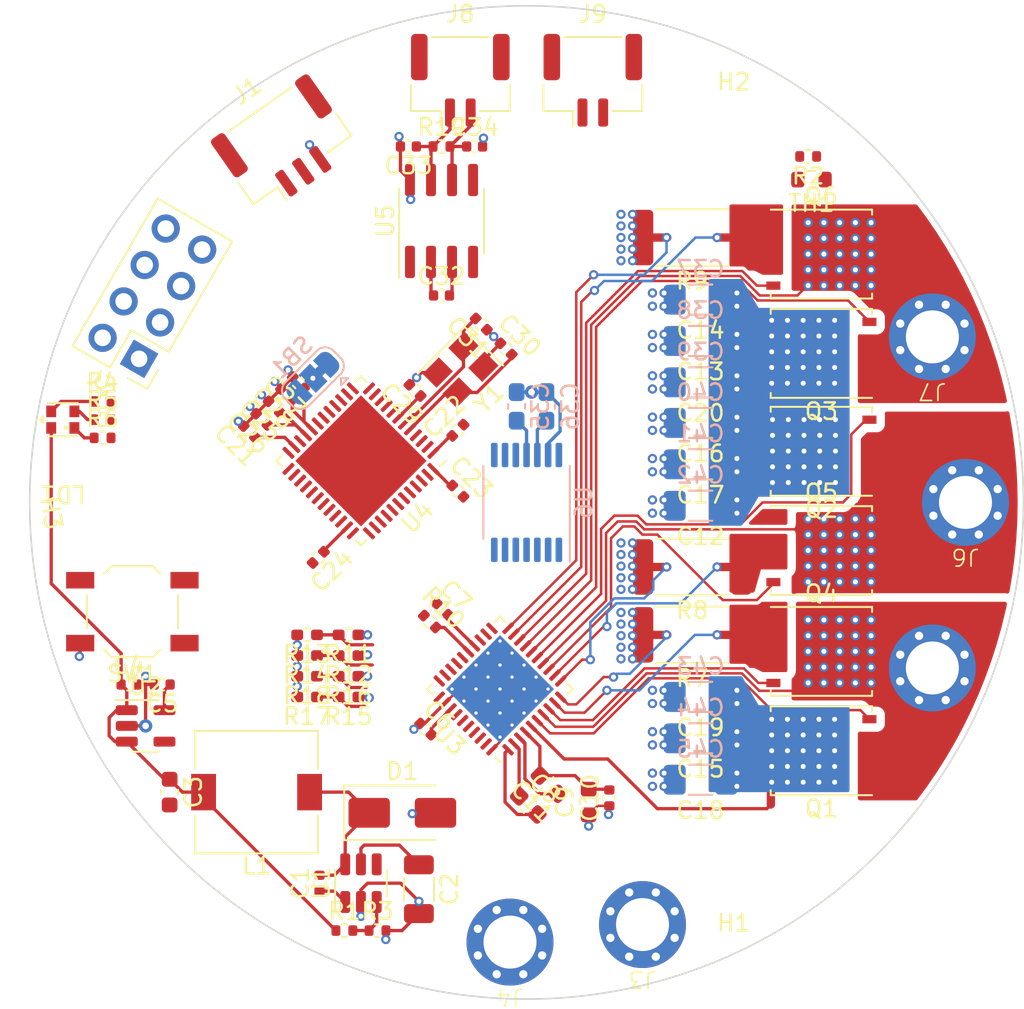
<source format=kicad_pcb>
(kicad_pcb (version 20221018) (generator pcbnew)
  (title_block (title "moco-OD501") (comment 1 "circle, discrete, 50mm"))
  (layers (0 "F.Cu" signal) (1 "In1.Cu" signal) (2 "In2.Cu" signal) (31 "B.Cu" signal) (34 "B.Paste" user) (35 "F.Paste" user) (36 "B.SilkS" user "B.Silkscreen") (37 "F.SilkS" user "F.Silkscreen") (38 "B.Mask" user) (39 "F.Mask" user) (44 "Edge.Cuts" user))
  (net 0 "")
  (net 1 "GND")
  (net 2 "VDD")
  (net 3 "/MCU/VREF")
  (net 4 "Net-(U1-CB)")
  (net 5 "Net-(D1-K)")
  (net 6 "+5V")
  (net 7 "+3.3V")
  (net 8 "/CAN Bus/CAN_L")
  (net 9 "/CAN Bus/CAN_H")
  (net 10 "Net-(SB1-C)")
  (net 11 "/MCU/OSC_IN")
  (net 12 "Vdrive")
  (net 13 "/MCU/OSC_OUT")
  (net 14 "/~{RESET}")
  (net 15 "/Motor Driver/OUTA")
  (net 16 "/Motor Driver/OUTB")
  (net 17 "/Motor Driver/OUTC")
  (net 18 "/UART2_TX")
  (net 19 "/UART2_RX")
  (net 20 "/UART1_TX")
  (net 21 "/UART1_RX")
  (net 22 "/Motor Driver/SPA")
  (net 23 "Net-(NT1-Pad2)")
  (net 24 "/Motor Driver/SNA")
  (net 25 "/Motor Driver/SPB")
  (net 26 "Net-(NT3-Pad2)")
  (net 27 "/Motor Driver/SNB")
  (net 28 "/Motor Driver/SPC")
  (net 29 "/Motor Driver/SNC")
  (net 30 "/Motor Driver/GHA")
  (net 31 "/Motor Driver/GLA")
  (net 32 "/Motor Driver/GHB")
  (net 33 "/Motor Driver/GLB")
  (net 34 "/Motor Driver/GHC")
  (net 35 "/Motor Driver/GLC")
  (net 36 "/MCU/~{FAULT}")
  (net 37 "/Motor Driver/MODE")
  (net 38 "/Motor Driver/GAIN")
  (net 39 "/Motor Driver/IDRIVE")
  (net 40 "/Motor Driver/VDS")
  (net 41 "Net-(U1-FB)")
  (net 42 "/TEMP_SENSOR")
  (net 43 "Net-(LD1-RK)")
  (net 44 "Net-(LD1-GK)")
  (net 45 "Net-(LD1-BK)")
  (net 47 "/MCU/CS_C")
  (net 48 "/MCU/CS_B")
  (net 49 "/MCU/CS_A")
  (net 50 "/MCU/GATE_ENABLE")
  (net 51 "/MCU/AMP_CAL")
  (net 52 "/MCU/PWM_HA")
  (net 53 "/MCU/PWM_LA")
  (net 54 "/MCU/PWM_HB")
  (net 55 "/MCU/PWM_LB")
  (net 56 "/SWDIO")
  (net 57 "/SWCLK")
  (net 58 "/MCU/PWM_HC")
  (net 59 "/MCU/PWM_LC")
  (net 60 "/CAN_TX")
  (net 61 "/CAN_RX")
  (net 62 "/SPI_MOSI")
  (net 63 "/SPI_MISO")
  (net 64 "/SPI_~{CS}_AS5047")
  (net 65 "/SPI_SCLK")
  (net 66 "/AS5047_B")
  (net 67 "/AS5047_A")
  (net 68 "/Angle Sensor/W{slash}PWM")
  (net 69 "/Angle Sensor/V")
  (net 70 "/Angle Sensor/U")
  (net 71 "/AS5047_I")
  (net 72 "/BOOT0")
  (net 73 "Net-(U3-CPH)")
  (net 74 "Net-(U3-CPL)")
  (net 75 "Net-(U3-VCP)")
  (net 76 "Net-(NT2-Pad2)")
  (net 90 "Net-(U3-VDRAIN)")
  (net 91 "/USER_LED2")
  (net 92 "/USER_LED1")
  (footprint "Capacitor_SMD:C_0603_1608Metric" (layer "F.Cu") (at 153.746967 118.1 90)
    (fp_text reference "C9")
    (fp_text value "10uF")
  )
  (footprint "Resistor_SMD:R_0402_1005Metric_Pad0.72x0.64mm_HandSolder" (layer "F.Cu") (at 139.25 108 180)
    (fp_text reference "R11")
    (fp_text value "DNI")
  )
  (footprint "moco:wire_3.2mm" (layer "F.Cu") (at 176.5 100 180)
    (fp_text reference "J6")
    (fp_text value "B")
  )
  (footprint "Capacitor_SMD:C_1206_3216Metric" (layer "F.Cu") (at 160.5 95.2 180)
    (fp_text reference "C16")
    (fp_text value "10uF/50V")
  )
  (footprint "NetTie:NetTie-2_SMD_Pad0.5mm" (layer "F.Cu") (at 158 84 180)
    (fp_text reference "NT6" hide)
    (fp_text value "NetTie_2" hide)
  )
  (footprint "Connector_PinHeader_2.54mm:PinHeader_2x04_P2.54mm_Vertical" (layer "F.Cu") (at 126.604183 91.328397 150)
    (fp_text reference "J2")
    (fp_text value "Debug")
  )
  (footprint "moco:wire_3.2mm" (layer "F.Cu") (at 174.5 110 180)
    (fp_text reference "J5")
    (fp_text value "A")
  )
  (footprint "NetTie:NetTie-2_SMD_Pad0.5mm" (layer "F.Cu") (at 164.75 117.75 -90)
    (fp_text reference "NT7" hide)
    (fp_text value "NetTie_2" hide)
  )
  (footprint "Capacitor_SMD:C_0402_1005Metric" (layer "F.Cu") (at 145.853275 95.640487 45)
    (fp_text reference "C22")
    (fp_text value "100nF")
  )
  (footprint "Resistor_SMD:R_2512_6332Metric" (layer "F.Cu") (at 160 103.9 180)
    (fp_text reference "R8")
    (fp_text value "0.5mΩ")
  )
  (footprint "Capacitor_SMD:C_0402_1005Metric" (layer "F.Cu") (at 154.996967 117.85 90)
    (fp_text reference "C10")
    (fp_text value "100nF")
  )
  (footprint "Capacitor_SMD:C_0402_1005Metric" (layer "F.Cu") (at 147.263864 89.229898 135)
    (fp_text reference "C31")
    (fp_text value "12pF")
  )
  (footprint "Capacitor_SMD:C_1206_3216Metric" (layer "F.Cu") (at 160.5 100.2 180)
    (fp_text reference "C12")
    (fp_text value "10uF/50V")
  )
  (footprint "Resistor_SMD:R_0603_1608Metric" (layer "F.Cu") (at 167.2 80.5 180)
    (fp_text reference "TH1")
    (fp_text value "NCP18XH103F03RB")
  )
  (footprint "Button_Switch_SMD:SW_SPST_TL3342" (layer "F.Cu") (at 126.2 106.6 180)
    (fp_text reference "SW1")
    (fp_text value "RESET")
  )
  (footprint "NetTie:NetTie-2_SMD_Pad0.5mm" (layer "F.Cu") (at 162 84)
    (fp_text reference "NT3" hide)
    (fp_text value "NetTie_2" hide)
  )
  (footprint "Crystal:Crystal_SMD_3225-4Pin_3.2x2.5mm" (layer "F.Cu") (at 146.013864 91.979898 -135)
    (fp_text reference "Y1")
    (fp_text value "8MHz")
  )
  (footprint "Package_TO_SOT_SMD:TDSON-8-1" (layer "F.Cu") (at 167.8 96.91 180)
    (fp_text reference "Q2")
    (fp_text value "CSD18540Q5B")
  )
  (footprint "Capacitor_SMD:C_0402_1005Metric" (layer "F.Cu") (at 134.763864 94.229898 135)
    (fp_text reference "C25")
    (fp_text value "10nF")
  )
  (footprint "Capacitor_SMD:C_0402_1005Metric" (layer "F.Cu") (at 146.865 78.5)
    (fp_text reference "C34")
    (fp_text value "30pF")
  )
  (footprint "Capacitor_SMD:C_0402_1005Metric" (layer "F.Cu") (at 135.513864 93.479898 135)
    (fp_text reference "C28")
    (fp_text value "100nF")
  )
  (footprint "Resistor_SMD:R_0402_1005Metric" (layer "F.Cu") (at 124.4025 96.1)
    (fp_text reference "R6")
    (fp_text value "1k")
  )
  (footprint "Capacitor_SMD:C_1206_3216Metric" (layer "F.Cu") (at 160.5 97.7 180)
    (fp_text reference "C17")
    (fp_text value "10uF/50V")
  )
  (footprint "Capacitor_SMD:C_1206_3216Metric" (layer "F.Cu") (at 160.5 114.25 180)
    (fp_text reference "C15")
    (fp_text value "10uF/50V")
  )
  (footprint "Capacitor_SMD:C_0402_1005Metric" (layer "F.Cu") (at 145.853275 99.319309 -45)
    (fp_text reference "C23")
    (fp_text value "100nF")
  )
  (footprint "Capacitor_SMD:C_0402_1005Metric" (layer "F.Cu") (at 136.22097 92.772792 135)
    (fp_text reference "C27")
    (fp_text value "1uF")
  )
  (footprint "NetTie:NetTie-2_SMD_Pad0.5mm" (layer "F.Cu") (at 158 103.9 180)
    (fp_text reference "NT5" hide)
    (fp_text value "NetTie_2" hide)
  )
  (footprint "MountingHole:MountingHole_3.2mm_M3_ISO14580" (layer "F.Cu") (at 162.5 78.349365)
    (fp_text reference "H2")
    (fp_text value "MountingHole")
  )
  (footprint "Package_TO_SOT_SMD:TDSON-8-1" (layer "F.Cu") (at 167.8 91 180)
    (fp_text reference "Q3")
    (fp_text value "CSD18540Q5B")
  )
  (footprint "Package_DFN_QFN:QFN-48-1EP_7x7mm_P0.5mm_EP5.6x5.6mm" (layer "F.Cu") (at 140 97.489949 -135)
    (fp_text reference "U4")
    (fp_text value "STM32G431CBUx")
  )
  (footprint "NetTie:NetTie-2_SMD_Pad0.5mm" (layer "F.Cu") (at 158 108 180)
    (fp_text reference "NT4" hide)
    (fp_text value "NetTie_2" hide)
  )
  (footprint "NetTie:NetTie-2_SMD_Pad0.5mm" (layer "F.Cu") (at 162 103.9)
    (fp_text reference "NT2" hide)
    (fp_text value "NetTie_2" hide)
  )
  (footprint "Capacitor_SMD:C_0402_1005Metric" (layer "F.Cu") (at 143.910589 113.693332 -45)
    (fp_text reference "C6")
    (fp_text value "1uF/6.3V")
  )
  (footprint "MountingHole:MountingHole_3.2mm_M3_ISO14580" (layer "F.Cu") (at 125 100 100)
    (fp_text reference "H3")
    (fp_text value "MountingHole")
  )
  (footprint "Connector_JST:JST_GH_BM02B-GHS-TBT_1x02-1MP_P1.25mm_Vertical" (layer "F.Cu") (at 146 74.5)
    (fp_text reference "J8")
    (fp_text value "CAN1")
  )
  (footprint "Resistor_SMD:R_0402_1005Metric" (layer "F.Cu") (at 144.865 78.5)
    (fp_text reference "R19")
    (fp_text value "120R")
  )
  (footprint "Capacitor_SMD:C_0402_1005Metric" (layer "F.Cu") (at 143.263864 93.229898 135)
    (fp_text reference "C29")
    (fp_text value "100nF")
  )
  (footprint "Connector_JST:JST_GH_BM03B-GHS-TBT_1x03-1MP_P1.25mm_Vertical" (layer "F.Cu") (at 135.4 78.4 35)
    (fp_text reference "J1")
    (fp_text value "Serial")
  )
  (footprint "Capacitor_SMD:C_0402_1005Metric" (layer "F.Cu") (at 128 111 180)
    (fp_text reference "C5")
    (fp_text value "1uF")
  )
  (footprint "Capacitor_SMD:C_0402_1005Metric" (layer "F.Cu") (at 148.763864 90.729898 -45)
    (fp_text reference "C30")
    (fp_text value "12pF")
  )
  (footprint "Capacitor_SMD:C_1206_3216Metric" (layer "F.Cu") (at 160.5 111.75 180)
    (fp_text reference "C19")
    (fp_text value "10uF/50V")
  )
  (footprint "Capacitor_SMD:C_0603_1608Metric" (layer "F.Cu") (at 151.351992 117.051992 135)
    (fp_text reference "C11")
    (fp_text value "1uF/16V")
  )
  (footprint "Connector_JST:JST_GH_BM02B-GHS-TBT_1x02-1MP_P1.25mm_Vertical" (layer "F.Cu") (at 154 74.5)
    (fp_text reference "J9")
    (fp_text value "CAN2")
  )
  (footprint "moco:wire_3.2mm" (layer "F.Cu") (at 149 126.559853 180)
    (fp_text reference "J4")
    (fp_text value "A")
  )
  (footprint "Package_TO_SOT_SMD:TDSON-8-1" (layer "F.Cu") (at 167.8 85)
    (fp_text reference "Q6")
    (fp_text value "CSD18540Q5B")
  )
  (footprint "Capacitor_SMD:C_0402_1005Metric" (layer "F.Cu") (at 144.865 87.5)
    (fp_text reference "C32")
    (fp_text value "100nF")
  )
  (footprint "Capacitor_SMD:C_0402_1005Metric" (layer "F.Cu") (at 126 111)
    (fp_text reference "C4")
    (fp_text value "1uF")
  )
  (footprint "Capacitor_SMD:C_1206_3216Metric" (layer "F.Cu") (at 143.5 123.3625 -90)
    (fp_text reference "C2")
    (fp_text value "1uF/50V")
  )
  (footprint "Capacitor_SMD:C_0402_1005Metric" (layer "F.Cu") (at 142.865 78.5 180)
    (fp_text reference "C33")
    (fp_text value "30pF")
  )
  (footprint "Resistor_SMD:R_0402_1005Metric_Pad0.72x0.64mm_HandSolder" (layer "F.Cu") (at 139.25 109.25 180)
    (fp_text reference "R12")
    (fp_text value "0R")
  )
  (footprint "Capacitor_SMD:C_1206_3216Metric" (layer "F.Cu") (at 160.5 116.75 180)
    (fp_text reference "C18")
    (fp_text value "10uF/50V")
  )
  (footprint "Resistor_SMD:R_0402_1005Metric" (layer "F.Cu") (at 139 125.8625)
    (fp_text reference "R1")
    (fp_text value "54.9k")
  )
  (footprint "Resistor_SMD:R_2512_6332Metric" (layer "F.Cu") (at 160 84 180)
    (fp_text reference "R9")
    (fp_text value "0.5mΩ")
  )
  (footprint "moco:wire_3.2mm" (layer "F.Cu") (at 157 125.5 180)
    (fp_text reference "J3")
    (fp_text value "A")
  )
  (footprint "Capacitor_SMD:C_1206_3216Metric" (layer "F.Cu") (at 160.5 92.75 180)
    (fp_text reference "C20")
    (fp_text value "10uF/50V")
  )
  (footprint "Resistor_SMD:R_0402_1005Metric_Pad0.72x0.64mm_HandSolder" (layer "F.Cu") (at 136.75 110.5 180)
    (fp_text reference "R18")
    (fp_text value "DNI")
  )
  (footprint "Package_TO_SOT_SMD:SOT-23-5" (layer "F.Cu") (at 127 113.5)
    (fp_text reference "U2")
    (fp_text value "RT9013-33GB")
  )
  (footprint "Resistor_SMD:R_0402_1005Metric" (layer "F.Cu") (at 124.4 95)
    (fp_text reference "R5")
    (fp_text value "5k")
  )
  (footprint "Capacitor_SMD:C_0402_1005Metric" (layer "F.Cu") (at 134.013864 94.979898 135)
    (fp_text reference "C26")
    (fp_text value "1uF")
  )
  (footprint "Package_SO:SOIC-8_3.9x4.9mm_P1.27mm" (layer "F.Cu") (at 144.865 83 90)
    (fp_text reference "U5")
    (fp_text value "TJA1050")
  )
  (footprint "Capacitor_SMD:C_0402_1005Metric" (layer "F.Cu") (at 133.263864 95.729898 135)
    (fp_text reference "C21")
    (fp_text value "100nF")
  )
  (footprint "Resistor_SMD:R_0402_1005Metric_Pad0.72x0.64mm_HandSolder" (layer "F.Cu") (at 139.25 110.5 180)
    (fp_text reference "R16")
    (fp_text value "0R")
  )
  (footprint "Resistor_SMD:R_0402_1005Metric_Pad0.72x0.64mm_HandSolder" (layer "F.Cu") (at 136.75 108 180)
    (fp_text reference "R13")
    (fp_text value "0R")
  )
  (footprint "Package_TO_SOT_SMD:TDSON-8-1" (layer "F.Cu") (at 167.8 102.91)
    (fp_text reference "Q5")
    (fp_text value "CSD18540Q5B")
  )
  (footprint "Package_DFN_QFN:QFN-40-1EP_6x6mm_P0.5mm_EP4.6x4.6mm_ThermalVias" (layer "F.Cu") (at 148.396725 111.275216 135)
    (fp_text reference "U3")
    (fp_text value "DRV8323H")
  )
  (footprint "moco:RGB LED 1.6x1.6mm" (layer "F.Cu") (at 122 95 180)
    (fp_text reference "LD1")
    (fp_text value "LED_BAGR")
  )
  (footprint "Resistor_SMD:R_0402_1005Metric_Pad0.72x0.64mm_HandSolder" (layer "F.Cu") (at 136.75 111.75 180)
    (fp_text reference "R17")
    (fp_text value "47k")
  )
  (footprint "Resistor_SMD:R_2512_6332Metric" (layer "F.Cu") (at 160 108 180)
    (fp_text reference "R7")
    (fp_text value "0.5mΩ")
  )
  (footprint "Capacitor_SMD:C_0603_1608Metric" (layer "F.Cu") (at 150.101992 118.301992 -45)
    (fp_text reference "C8")
    (fp_text value "47nF")
  )
  (footprint "Resistor_SMD:R_0402_1005Metric" (layer "F.Cu") (at 124.4025 93.9)
    (fp_text reference "R4")
    (fp_text value "1k")
  )
  (footprint "Capacitor_SMD:C_0402_1005Metric" (layer "F.Cu") (at 137.424453 103.319309 -135)
    (fp_text reference "C24")
    (fp_text value "100nF")
  )
  (footprint "moco:wire_3.2mm" (layer "F.Cu") (at 174.5 90 180)
    (fp_text reference "J7")
    (fp_text value "C")
  )
  (footprint "Resistor_SMD:R_0402_1005Metric_Pad0.72x0.64mm_HandSolder" (layer "F.Cu") (at 136.75 109.25 180)
    (fp_text reference "R14")
    (fp_text value "DNI")
  )
  (footprint "Package_TO_SOT_SMD:SOT-23-6" (layer "F.Cu") (at 140 123 90)
    (fp_text reference "U1")
    (fp_text value "LMR16006X")
  )
  (footprint "Capacitor_SMD:C_0402_1005Metric" (layer "F.Cu") (at 144.910589 106.443332 -45)
    (fp_text reference "C7")
    (fp_text value "100nF/6.3V")
  )
  (footprint "Resistor_SMD:R_0402_1005Metric_Pad0.72x0.64mm_HandSolder" (layer "F.Cu") (at 139.25 111.75 180)
    (fp_text reference "R15")
    (fp_text value "DNI")
  )
  (footprint "Resistor_SMD:R_0402_1005Metric" (layer "F.Cu") (at 167 79.1 180)
    (fp_text reference "R2")
    (fp_text value "10k")
  )
  (footprint "Package_TO_SOT_SMD:TDSON-8-1" (layer "F.Cu") (at 167.8 109)
    (fp_text reference "Q4")
    (fp_text value "CSD18540Q5B")
  )
  (footprint "NetTie:NetTie-2_SMD_Pad0.5mm" (layer "F.Cu") (at 162 108)
    (fp_text reference "NT1" hide)
    (fp_text value "NetTie_2" hide)
  )
  (footprint "Capacitor_SMD:C_0603_1608Metric" (layer "F.Cu") (at 128.45 117.5 -90)
    (fp_text reference "C3")
    (fp_text value "10uF")
  )
  (footprint "Resistor_SMD:R_0402_1005Metric" (layer "F.Cu") (at 141 125.8625)
    (fp_text reference "R3")
    (fp_text value "10k")
  )
  (footprint "Resistor_SMD:R_0402_1005Metric" (layer "F.Cu") (at 144.160589 107.193332 -45)
    (fp_text reference "R10")
    (fp_text value "10k")
  )
  (footprint "Diode_SMD:D_SMA" (layer "F.Cu") (at 142.5 118.75)
    (fp_text reference "D1")
    (fp_text value "SS34")
  )
  (footprint "MountingHole:MountingHole_3.2mm_M3_ISO14580" (layer "F.Cu") (at 162.5 121.650635 180)
    (fp_text reference "H1")
    (fp_text value "MountingHole")
  )
  (footprint "Capacitor_SMD:C_1206_3216Metric" (layer "F.Cu") (at 160.5 90.25 180)
    (fp_text reference "C13")
    (fp_text value "10uF/50V")
  )
  (footprint "Package_TO_SOT_SMD:TDSON-8-1" (layer "F.Cu") (at 167.8 115 180)
    (fp_text reference "Q1")
    (fp_text value "CSD18540Q5B")
  )
  (footprint "Inductor_SMD:L_7.3x7.3_H3.5" (layer "F.Cu") (at 133.7 117.5 180)
    (fp_text reference "L1")
    (fp_text value "22uH")
  )
  (footprint "Capacitor_SMD:C_1206_3216Metric" (layer "F.Cu") (at 160.5 87.75 180)
    (fp_text reference "C14")
    (fp_text value "10uF/50V")
  )
  (footprint "Capacitor_SMD:C_0402_1005Metric" (layer "F.Cu") (at 137.5 123 90)
    (fp_text reference "C1")
    (fp_text value "100nF")
  )
  (footprint "Package_SO:TSSOP-14_4.4x5mm_P0.65mm" (layer "B.Cu") (at 150 100 90)
    (fp_text reference "U6")
    (fp_text value "AS5047x")
  )
  (footprint "Capacitor_SMD:C_1206_3216Metric_Pad1.33x1.80mm_HandSolder" (layer "B.Cu") (at 160.5 111.75 180)
    (fp_text reference "C43")
    (fp_text value "10uF/50V")
  )
  (footprint "Capacitor_SMD:C_1206_3216Metric_Pad1.33x1.80mm_HandSolder" (layer "B.Cu") (at 160.5 87.75 180)
    (fp_text reference "C37")
    (fp_text value "10uF/50V")
  )
  (footprint "Capacitor_SMD:C_1206_3216Metric_Pad1.33x1.80mm_HandSolder" (layer "B.Cu") (at 160.5 114.25 180)
    (fp_text reference "C44")
    (fp_text value "10uF/50V")
  )
  (footprint "Capacitor_SMD:C_1206_3216Metric_Pad1.33x1.80mm_HandSolder" (layer "B.Cu") (at 160.5 97.7 180)
    (fp_text reference "C41")
    (fp_text value "10uF/50V")
  )
  (footprint "Capacitor_SMD:C_1206_3216Metric_Pad1.33x1.80mm_HandSolder" (layer "B.Cu") (at 160.5 92.75 180)
    (fp_text reference "C39")
    (fp_text value "10uF/50V")
  )
  (footprint "Jumper:SolderJumper-3_P1.3mm_Bridged12_RoundedPad1.0x1.5mm" (layer "B.Cu") (at 137.1 92.5 -135)
    (fp_text reference "SB1")
    (fp_text value "SolderJumper_3_Bridged12")
  )
  (footprint "Capacitor_SMD:C_1206_3216Metric_Pad1.33x1.80mm_HandSolder" (layer "B.Cu") (at 160.5 95.2 180)
    (fp_text reference "C40")
    (fp_text value "10uF/50V")
  )
  (footprint "Capacitor_SMD:C_1206_3216Metric_Pad1.33x1.80mm_HandSolder" (layer "B.Cu") (at 160.5 116.75 180)
    (fp_text reference "C45")
    (fp_text value "10uF/50V")
  )
  (footprint "Capacitor_SMD:C_1206_3216Metric_Pad1.33x1.80mm_HandSolder" (layer "B.Cu") (at 160.5 100.2 180)
    (fp_text reference "C42")
    (fp_text value "10uF/50V")
  )
  (footprint "Capacitor_SMD:C_0603_1608Metric_Pad1.08x0.95mm_HandSolder" (layer "B.Cu") (at 151.2 94.2 90)
    (fp_text reference "C36")
    (fp_text value "1uF")
  )
  (footprint "Capacitor_SMD:C_0603_1608Metric_Pad1.08x0.95mm_HandSolder" (layer "B.Cu") (at 149.4 94.2 90)
    (fp_text reference "C35")
    (fp_text value "100nF")
  )
  (footprint "Capacitor_SMD:C_1206_3216Metric_Pad1.33x1.80mm_HandSolder" (layer "B.Cu") (at 160.5 90.25 180)
    (fp_text reference "C38")
    (fp_text value "10uF/50V")
  )
  (gr_circle locked (center 150 100) (end 180 100) (stroke (width 0.1)) (fill none) (layer "Edge.Cuts"))
  (segment (start 137.542414 79.280376) (end 137.542414 79.042414) (width 0.2) (layer "F.Cu") (net 1))
  (segment (start 132.924453 95.390487) (end 132.890487 95.390487) (width 0.2) (layer "F.Cu") (net 1))
  (segment (start 154.291967 118.33) (end 153.746967 118.875) (width 0.15) (layer "F.Cu") (net 1))
  (segment (start 142.924453 92.890487) (end 143.35747 92.45747) (width 0.2) (layer "F.Cu") (net 1))
  (segment (start 136.1525 108.6) (end 136.1525 109.9) (width 0.2) (layer "F.Cu") (net 1))
  (segment (start 126.48 111) (end 127.52 111) (width 0.2) (layer "F.Cu") (net 1))
  (segment (start 144.23 87.345) (end 144.385 87.5) (width 0.2) (layer "F.Cu") (net 1))
  (segment (start 142.385 77.985) (end 142.3 77.9) (width 0.2) (layer "F.Cu") (net 1))
  (segment (start 140.4 123) (end 142.4 123) (width 0.2) (layer "F.Cu") (net 1))
  (segment (start 135.881559 92.281559) (end 135.6 92) (width 0.2) (layer "F.Cu") (net 1))
  (segment (start 143.546079 113.353921) (end 143.2 113.7) (width 0.2) (layer "F.Cu") (net 1))
  (segment (start 140 124.1375) (end 140 123.4) (width 0.2) (layer "F.Cu") (net 1))
  (segment (start 136.1525 109.9) (end 136.1525 111.1) (width 0.2) (layer "F.Cu") (net 1))
  (segment (start 145.082162 112.114905) (end 145.921851 111.275216) (width 0.15) (layer "F.Cu") (net 1))
  (segment (start 132.890487 95.390487) (end 132.6 95.1) (width 0.2) (layer "F.Cu") (net 1))
  (segment (start 147.392722 91.422218) (end 147.392722 91.803121) (width 0.2) (layer "F.Cu") (net 1))
  (segment (start 141.51 126.39) (end 141.5 126.4) (width 0.2) (layer "F.Cu") (net 1))
  (segment (start 136.1525 108) (end 136.1525 108.6) (width 0.2) (layer "F.Cu") (net 1))
  (segment (start 143.15 118.75) (end 143.1 118.8) (width 0.2) (layer "F.Cu") (net 1))
  (segment (start 141.51 125.8625) (end 141.51 126.39) (width 0.2) (layer "F.Cu") (net 1))
  (segment (start 140 124.1375) (end 140 124.507842) (width 0.2) (layer "F.Cu") (net 1))
  (segment (start 127 111) (end 126.48 111) (width 0.2) (layer "F.Cu") (net 1))
  (segment (start 135.881559 92.433381) (end 135.881559 92.281559) (width 0.2) (layer "F.Cu") (net 1))
  (segment (start 148.016983 89.983017) (end 148.424453 90.390487) (width 0.2) (layer "F.Cu") (net 1))
  (segment (start 123.05 108.5) (end 123.05 109.25) (width 0.2) (layer "F.Cu") (net 1))
  (segment (start 147.603275 89.569309) (end 148.016983 89.983017) (width 0.2) (layer "F.Cu") (net 1))
  (segment (start 142.475 125.8625) (end 143.5 124.8375) (width 0.2) (layer "F.Cu") (net 1))
  (segment (start 133.674453 94.640487) (end 133.674453 94.574453) (width 0.2) (layer "F.Cu") (net 1))
  (segment (start 142.385 79.95) (end 142.96 80.525) (width 0.2) (layer "F.Cu") (net 1))
  (segment (start 133.674453 94.574453) (end 133.3 94.2) (width 0.2) (layer "F.Cu") (net 1))
  (segment (start 142.96 81.66) (end 143 81.7) (width 0.2) (layer "F.Cu") (net 1))
  (segment (start 143.658265 92.156675) (end 144.635006 92.156675) (width 0.2) (layer "F.Cu") (net 1))
  (segment (start 154.996967 118.8) (end 154.946967 118.85) (width 0.15) (layer "F.Cu") (net 1))
  (segment (start 136.1525 109.25) (end 136.1525 109.9) (width 0.2) (layer "F.Cu") (net 1))
  (segment (start 145.921851 111.275216) (end 148.396725 111.275216) (width 0.15) (layer "F.Cu") (net 1))
  (segment (start 142.96 80.525) (end 142.96 81.66) (width 0.2) (layer "F.Cu") (net 1))
  (segment (start 123.05 109.25) (end 123 109.3) (width 0.2) (layer "F.Cu") (net 1))
  (segment (start 154.996967 118.33) (end 154.996967 118.8) (width 0.15) (layer "F.Cu") (net 1))
  (segment (start 144.5 118.75) (end 143.15 118.75) (width 0.2) (layer "F.Cu") (net 1))
  (segment (start 125.8625 113.5) (end 127 113.5) (width 0.2) (layer "F.Cu") (net 1))
  (segment (start 134.390487 93.890487) (end 134 93.5) (width 0.2) (layer "F.Cu") (net 1))
  (segment (start 141.51 125.8625) (end 142.475 125.8625) (width 0.2) (layer "F.Cu") (net 1))
  (segment (start 136.1525 111.1) (end 136.1525 111.75) (width 0.2) (layer "F.Cu") (net 1))
  (segment (start 137.542414 79.042414) (end 136.9 78.4) (width 0.2) (layer "F.Cu") (net 1))
  (segment (start 142.385 78.5) (end 142.385 77.985) (width 0.2) (layer "F.Cu") (net 1))
  (segment (start 143.571178 113.353921) (end 143.546079 113.353921) (width 0.2) (layer "F.Cu") (net 1))
  (segment (start 143.843146 113.353921) (end 145.082162 112.114905) (width 0.2) (layer "F.Cu") (net 1))
  (segment (start 142.385 78.5) (end 142.385 79.95) (width 0.2) (layer "F.Cu") (net 1))
  (segment (start 143.571178 113.353921) (end 143.843146 113.353921) (width 0.2) (layer "F.Cu") (net 1))
  (segment (start 142.4 123) (end 143.5 124.1) (width 0.2) (layer "F.Cu") (net 1))
  (segment (start 135.174453 93.140487) (end 135.174453 93.074453) (width 0.2) (layer "F.Cu") (net 1))
  (segment (start 144.23 85.475) (end 144.23 87.345) (width 0.2) (layer "F.Cu") (net 1))
  (segment (start 148.396725 114.457196) (end 148.396725 111.275216) (width 0.15) (layer "F.Cu") (net 1))
  (segment (start 135.174453 93.074453) (end 134.8 92.7) (width 0.2) (layer "F.Cu") (net 1))
  (segment (start 127 111) (end 127 110.5) (width 0.2) (layer "F.Cu") (net 1))
  (segment (start 140 123.4) (end 140.4 123) (width 0.2) (layer "F.Cu") (net 1))
  (segment (start 143.5 124.8375) (end 143.5 124.1) (width 0.2) (layer "F.Cu") (net 1))
  (segment (start 136.1525 110.5) (end 136.1525 111.1) (width 0.2) (layer "F.Cu") (net 1))
  (segment (start 135.881559 92.433381) (end 132.924453 95.390487) (width 0.2) (layer "F.Cu") (net 1))
  (segment (start 154.996967 118.33) (end 154.291967 118.33) (width 0.15) (layer "F.Cu") (net 1))
  (segment (start 147.345 78.055) (end 147.4 78) (width 0.2) (layer "F.Cu") (net 1))
  (segment (start 143.35747 92.45747) (end 143.658265 92.156675) (width 0.2) (layer "F.Cu") (net 1))
  (segment (start 147.910589 114.943332) (end 148.396725 114.457196) (width 0.15) (layer "F.Cu") (net 1))
  (segment (start 127 113.5) (end 127 111) (width 0.2) (layer "F.Cu") (net 1))
  (segment (start 153.746967 118.626992) (end 153.746967 119.301992) (width 0.15) (layer "F.Cu") (net 1))
  (segment (start 134.424453 93.890487) (end 134.390487 93.890487) (width 0.2) (layer "F.Cu") (net 1))
  (segment (start 147.345 78.5) (end 147.345 78.055) (width 0.2) (layer "F.Cu") (net 1))
  (segment (start 148.424453 90.390487) (end 147.392722 91.422218) (width 0.2) (layer "F.Cu") (net 1))
  (segment (start 140 124.1375) (end 140 125) (width 0.2) (layer "F.Cu") (net 1))
  (via (at 142.3 77.9) (size 0.56) (drill 0.3) (layers "F.Cu" "B.Cu") (net 1))
  (via (at 158.3 111.35) (size 0.56) (drill 0.3) (layers "F.Cu" "B.Cu") (net 1))
  (via (at 155.7 104.55) (size 0.56) (drill 0.3) (layers "F.Cu" "B.Cu") (net 1))
  (via (at 156.4 109.45) (size 0.56) (drill 0.3) (layers "F.Cu" "B.Cu") (net 1))
  (via (at 155.7 107.35) (size 0.56) (drill 0.3) (layers "F.Cu" "B.Cu") (net 1))
  (via (at 157.6 97.35) (size 0.56) (drill 0.3) (layers "F.Cu" "B.Cu") (net 1))
  (via (at 156.4 102.45) (size 0.56) (drill 0.3) (layers "F.Cu" "B.Cu") (net 1))
  (via (at 157.6 100.65) (size 0.56) (drill 0.3) (layers "F.Cu" "B.Cu") (net 1))
  (via (at 156.4 83.3) (size 0.56) (drill 0.3) (layers "F.Cu" "B.Cu") (net 1))
  (via (at 155.7 85.4) (size 0.56) (drill 0.3) (layers "F.Cu" "B.Cu") (net 1))
  (via (at 136.1525 109.9) (size 0.56) (drill 0.3) (layers "F.Cu" "B.Cu") (net 1))
  (via (at 154.946967 118.85) (size 0.56) (drill 0.3) (layers "F.Cu" "B.Cu") (net 1))
  (via (at 158.3 116.35) (size 0.56) (drill 0.3) (layers "F.Cu" "B.Cu") (net 1))
  (via (at 158.3 112.15) (size 0.56) (drill 0.3) (layers "F.Cu" "B.Cu") (net 1))
  (via (at 158.3 87.35) (size 0.56) (drill 0.3) (layers "F.Cu" "B.Cu") (net 1))
  (via (at 157.6 112.15) (size 0.56) (drill 0.3) (layers "F.Cu" "B.Cu") (net 1))
  (via (at 157.6 117.15) (size 0.56) (drill 0.3) (layers "F.Cu" "B.Cu") (net 1))
  (via (at 158.3 99.85) (size 0.56) (drill 0.3) (layers "F.Cu" "B.Cu") (net 1))
  (via (at 127 113.5) (size 0.8) (drill 0.4) (layers "F.Cu" "B.Cu") (net 1))
  (via (at 157.6 87.35) (size 0.56) (drill 0.3) (layers "F.Cu" "B.Cu") (net 1))
  (via (at 141.5 126.4) (size 0.56) (drill 0.3) (layers "F.Cu" "B.Cu") (net 1))
  (via (at 155.7 108.75) (size 0.56) (drill 0.3) (layers "F.Cu" "B.Cu") (net 1))
  (via (at 127 110.5) (size 0.56) (drill 0.3) (layers "F.Cu" "B.Cu") (net 1))
  (via (at 158.3 97.35) (size 0.56) (drill 0.3) (layers "F.Cu" "B.Cu") (net 1))
  (via (at 123 109.3) (size 0.56) (drill 0.3) (layers "F.Cu" "B.Cu") (net 1))
  (via (at 134.8 92.7) (size 0.56) (drill 0.3) (layers "F.Cu" "B.Cu") (net 1))
  (via (at 155.7 108.05) (size 0.56) (drill 0.3) (layers "F.Cu" "B.Cu") (net 1))
  (via (at 157.6 111.35) (size 0.56) (drill 0.3) (layers "F.Cu" "B.Cu") (net 1))
  (via (at 157.6 89.85) (size 0.56) (drill 0.3) (layers "F.Cu" "B.Cu") (net 1))
  (via (at 135.6 92) (size 0.56) (drill 0.3) (layers "F.Cu" "B.Cu") (net 1))
  (via (at 156.4 84) (size 0.56) (drill 0.3) (layers "F.Cu" "B.Cu") (net 1))
  (via (at 157.6 113.85) (size 0.56) (drill 0.3) (layers "F.Cu" "B.Cu") (net 1))
  (via (at 143.1 118.8) (size 0.56) (drill 0.3) (layers "F.Cu" "B.Cu") (net 1))
  (via (at 155.7 84) (size 0.56) (drill 0.3) (layers "F.Cu" "B.Cu") (net 1))
  (via (at 158.3 89.85) (size 0.56) (drill 0.3) (layers "F.Cu" "B.Cu") (net 1))
  (via (at 158.3 117.15) (size 0.56) (drill 0.3) (layers "F.Cu" "B.Cu") (net 1))
  (via (at 158.3 114.65) (size 0.56) (drill 0.3) (layers "F.Cu" "B.Cu") (net 1))
  (via (at 143.5 124.1) (size 0.56) (drill 0.3) (layers "F.Cu" "B.Cu") (net 1))
  (via (at 156.4 84.7) (size 0.56) (drill 0.3) (layers "F.Cu" "B.Cu") (net 1))
  (via (at 155.7 102.45) (size 0.56) (drill 0.3) (layers "F.Cu" "B.Cu") (net 1))
  (via (at 155.7 103.85) (size 0.56) (drill 0.3) (layers "F.Cu" "B.Cu") (net 1))
  (via (at 158.3 98.15) (size 0.56) (drill 0.3) (layers "F.Cu" "B.Cu") (net 1))
  (via (at 150.3 93.3375) (size 0.8) (drill 0.4) (layers "F.Cu" "B.Cu") (net 1))
  (via (at 155.7 84.7) (size 0.56) (drill 0.3) (layers "F.Cu" "B.Cu") (net 1))
  (via (at 136.1525 111.1) (size 0.56) (drill 0.3) (layers "F.Cu" "B.Cu") (net 1))
  (via (at 157.6 94.85) (size 0.56) (drill 0.3) (layers "F.Cu" "B.Cu") (net 1))
  (via (at 156.4 82.6) (size 0.56) (drill 0.3) (layers "F.Cu" "B.Cu") (net 1))
  (via (at 155.7 83.3) (size 0.56) (drill 0.3) (layers "F.Cu" "B.Cu") (net 1))
  (via (at 157.6 93.15) (size 0.56) (drill 0.3) (layers "F.Cu" "B.Cu") (net 1))
  (via (at 158.3 90.65) (size 0.56) (drill 0.3) (layers "F.Cu" "B.Cu") (net 1))
  (via (at 158.3 113.85) (size 0.56) (drill 0.3) (layers "F.Cu" "B.Cu") (net 1))
  (via (at 156.4 103.85) (size 0.56) (drill 0.3) (layers "F.Cu" "B.Cu") (net 1))
  (via (at 136.9 78.4) (size 0.56) (drill 0.3) (layers "F.Cu" "B.Cu") (net 1))
  (via (at 153.746967 119.55) (size 0.56) (drill 0.3) (layers "F.Cu" "B.Cu") (net 1))
  (via (at 156.4 108.05) (size 0.56) (drill 0.3) (layers "F.Cu" "B.Cu") (net 1))
  (via (at 134 93.5) (size 0.56) (drill 0.3) (layers "F.Cu" "B.Cu") (net 1))
  (via (at 157.6 114.65) (size 0.56) (drill 0.3) (layers "F.Cu" "B.Cu") (net 1))
  (via (at 158.3 100.65) (size 0.56) (drill 0.3) (layers "F.Cu" "B.Cu") (net 1))
  (via (at 156.4 108.75) (size 0.56) (drill 0.3) (layers "F.Cu" "B.Cu") (net 1))
  (via (at 158.3 94.85) (size 0.56) (drill 0.3) (layers "F.Cu" "B.Cu") (net 1))
  (via (at 157.6 116.35) (size 0.56) (drill 0.3) (layers "F.Cu" "B.Cu") (net 1))
  (via (at 156.4 104.55) (size 0.56) (drill 0.3) (layers "F.Cu" "B.Cu") (net 1))
  (via (at 157.6 98.15) (size 0.56) (drill 0.3) (layers "F.Cu" "B.Cu") (net 1))
  (via (at 133.3 94.2) (size 0.56) (drill 0.3) (layers "F.Cu" "B.Cu") (net 1))
  (via (at 143 81.7) (size 0.56) (drill 0.3) (layers "F.Cu" "B.Cu") (net 1))
  (via (at 147.4 78) (size 0.56) (drill 0.3) (layers "F.Cu" "B.Cu") (net 1))
  (via (at 157.6 92.35) (size 0.56) (drill 0.3) (layers "F.Cu" "B.Cu") (net 1))
  (via (at 156.4 105.25) (size 0.56) (drill 0.3) (layers "F.Cu" "B.Cu") (net 1))
  (via (at 155.7 82.6) (size 0.56) (drill 0.3) (layers "F.Cu" "B.Cu") (net 1))
  (via (at 143.2 113.7) (size 0.56) (drill 0.3) (layers "F.Cu" "B.Cu") (net 1))
  (via (at 157.6 90.65) (size 0.56) (drill 0.3) (layers "F.Cu" "B.Cu") (net 1))
  (via (at 155.7 103.15) (size 0.56) (drill 0.3) (layers "F.Cu" "B.Cu") (net 1))
  (via (at 136.1525 108.6) (size 0.56) (drill 0.3) (layers "F.Cu" "B.Cu") (net 1))
  (via (at 156.4 106.65) (size 0.56) (drill 0.3) (layers "F.Cu" "B.Cu") (net 1))
  (via (at 148.016983 89.983017) (size 0.56) (drill 0.3) (layers "F.Cu" "B.Cu") (net 1))
  (via (at 158.3 93.15) (size 0.56) (drill 0.3) (layers "F.Cu" "B.Cu") (net 1))
  (via (at 155.7 106.65) (size 0.56) (drill 0.3) (layers "F.Cu" "B.Cu") (net 1))
  (via (at 156.4 107.35) (size 0.56) (drill 0.3) (layers "F.Cu" "B.Cu") (net 1))
  (via (at 132.6 95.1) (size 0.56) (drill 0.3) (layers "F.Cu" "B.Cu") (net 1))
  (via (at 157.6 88.15) (size 0.56) (drill 0.3) (layers "F.Cu" "B.Cu") (net 1))
  (via (at 158.3 88.15) (size 0.56) (drill 0.3) (layers "F.Cu" "B.Cu") (net 1))
  (via (at 155.7 109.45) (size 0.56) (drill 0.3) (layers "F.Cu" "B.Cu") (net 1))
  (via (at 156.4 103.15) (size 0.56) (drill 0.3) (layers "F.Cu" "B.Cu") (net 1))
  (via (at 157.6 95.65) (size 0.56) (drill 0.3) (layers "F.Cu" "B.Cu") (net 1))
  (via (at 156.4 85.4) (size 0.56) (drill 0.3) (layers "F.Cu" "B.Cu") (net 1))
  (via (at 157.6 99.85) (size 0.56) (drill 0.3) (layers "F.Cu" "B.Cu") (net 1))
  (via (at 143.35747 92.45747) (size 0.56) (drill 0.3) (layers "F.Cu" "B.Cu") (net 1))
  (via (at 158.3 95.65) (size 0.56) (drill 0.3) (layers "F.Cu" "B.Cu") (net 1))
  (via (at 140 125) (size 0.56) (drill 0.3) (layers "F.Cu" "B.Cu") (net 1))
  (via (at 158.3 92.35) (size 0.56) (drill 0.3) (layers "F.Cu" "B.Cu") (net 1))
  (via (at 155.7 105.25) (size 0.56) (drill 0.3) (layers "F.Cu" "B.Cu") (net 1))
  (segment (start 150.3 93.3375) (end 149.4 93.3375) (width 0.2) (layer "B.Cu") (net 1))
  (segment (start 152.025 95.702513) (end 152.025 94.1625) (width 0.2) (layer "B.Cu") (net 1))
  (segment (start 151.2 93.3375) (end 150.3 93.3375) (width 0.2) (layer "B.Cu") (net 1))
  (segment (start 152.025 94.1625) (end 151.2 93.3375) (width 0.2) (layer "B.Cu") (net 1))
  (segment (start 151.3 96.427513) (end 152.025 95.702513) (width 0.2) (layer "B.Cu") (net 1))
  (segment (start 151.3 97.1375) (end 151.3 96.427513) (width 0.2) (layer "B.Cu") (net 1))
  (segment (start 140.45 111.75) (end 140.5 111.8) (width 0.2) (layer "F.Cu") (net 2))
  (segment (start 140.45 109.25) (end 140.5 109.3) (width 0.2) (layer "F.Cu") (net 2))
  (segment (start 139.8475 110.5) (end 140.4 110.5) (width 0.2) (layer "F.Cu") (net 2))
  (segment (start 144.25 113.654174) (end 144.25 114.032743) (width 0.2) (layer "F.Cu") (net 2))
  (segment (start 145.435715 112.468459) (end 144.25 113.654174) (width 0.2) (layer "F.Cu") (net 2))
  (segment (start 139.8475 111.75) (end 140.45 111.75) (width 0.2) (layer "F.Cu") (net 2))
  (segment (start 139.8475 109.25) (end 140.45 109.25) (width 0.2) (layer "F.Cu") (net 2))
  (segment (start 139.8475 108) (end 140.4 108) (width 0.2) (layer "F.Cu") (net 2))
  (via (at 140.4 110.5) (size 0.56) (drill 0.3) (layers "F.Cu" "B.Cu") (net 2))
  (via (at 140.5 111.8) (size 0.56) (drill 0.3) (layers "F.Cu" "B.Cu") (net 2))
  (via (at 140.4 108) (size 0.56) (drill 0.3) (layers "F.Cu" "B.Cu") (net 2))
  (via (at 140.4 109.2) (size 0.56) (drill 0.3) (layers "F.Cu" "B.Cu") (net 2))
  (segment (start 145.25 107.067831) (end 145.25 106.782743) (width 0.2) (layer "F.Cu") (net 3))
  (segment (start 146.849929 108.66776) (end 145.25 107.067831) (width 0.2) (layer "F.Cu") (net 3))
  (segment (start 137.5 123.48) (end 138.3925 123.48) (width 0.2) (layer "F.Cu") (net 4))
  (segment (start 138.3925 123.48) (end 139.05 124.1375) (width 0.2) (layer "F.Cu") (net 4))
  (segment (start 140.5 118.75) (end 139.25 117.5) (width 0.2) (layer "F.Cu") (net 5))
  (segment (start 140.5 118.75) (end 139.05 120.2) (width 0.2) (layer "F.Cu") (net 5))
  (segment (start 139.05 120.2) (end 139.05 121.8625) (width 0.2) (layer "F.Cu") (net 5))
  (segment (start 137.5 122.52) (end 138.3925 122.52) (width 0.2) (layer "F.Cu") (net 5))
  (segment (start 138.3925 122.52) (end 139.05 121.8625) (width 0.2) (layer "F.Cu") (net 5))
  (segment (start 139.25 117.5) (end 136.9 117.5) (width 0.2) (layer "F.Cu") (net 5))
  (segment (start 125.52 111) (end 125.8625 111.3425) (width 0.2) (layer "F.Cu") (net 6))
  (segment (start 125.8625 114.45) (end 125.15 114.45) (width 0.2) (layer "F.Cu") (net 6))
  (segment (start 130.5 117.5) (end 130.5 117.8725) (width 0.2) (layer "F.Cu") (net 6))
  (segment (start 129.225 117.5) (end 128.45 116.725) (width 0.2) (layer "F.Cu") (net 6))
  (segment (start 125.8625 111.3425) (end 125.8625 112.55) (width 0.2) (layer "F.Cu") (net 6))
  (segment (start 145.5 85.475) (end 145.5 87.345) (width 0.2) (layer "F.Cu") (net 6))
  (segment (start 125.25 112.55) (end 125.8625 112.55) (width 0.2) (layer "F.Cu") (net 6))
  (segment (start 125.52 109.12) (end 121.3 104.9) (width 0.2) (layer "F.Cu") (net 6))
  (segment (start 121.3 104.9) (end 121.3 95.5) (width 0.2) (layer "F.Cu") (net 6))
  (segment (start 124.8 113) (end 125.25 112.55) (width 0.2) (layer "F.Cu") (net 6))
  (segment (start 128.1375 116.725) (end 125.8625 114.45) (width 0.2) (layer "F.Cu") (net 6))
  (segment (start 130.5 117.5) (end 129.225 117.5) (width 0.2) (layer "F.Cu") (net 6))
  (segment (start 125.15 114.45) (end 124.8 114.1) (width 0.2) (layer "F.Cu") (net 6))
  (segment (start 145.5 87.345) (end 145.345 87.5) (width 0.2) (layer "F.Cu") (net 6))
  (segment (start 130.5 117.8725) (end 138.49 125.8625) (width 0.2) (layer "F.Cu") (net 6))
  (segment (start 128.45 116.725) (end 128.1375 116.725) (width 0.2) (layer "F.Cu") (net 6))
  (segment (start 125.52 111) (end 125.52 109.12) (width 0.2) (layer "F.Cu") (net 6))
  (segment (start 124.8 114.1) (end 124.8 113) (width 0.2) (layer "F.Cu") (net 6))
  (segment (start 135.397379 96.069309) (end 135.97833 96.65026) (width 0.2) (layer "F.Cu") (net 7))
  (segment (start 134.353275 95.319309) (end 136.061593 95.319309) (width 0.2) (layer "F.Cu") (net 7))
  (segment (start 135.103275 94.569309) (end 135.311593 94.569309) (width 0.2) (layer "F.Cu") (net 7))
  (segment (start 133.603275 96.069309) (end 135.397379 96.069309) (width 0.2) (layer "F.Cu") (net 7))
  (segment (start 144.375223 97.003813) (end 145.399138 95.979898) (width 0.2) (layer "F.Cu") (net 7))
  (segment (start 144.375223 97.976085) (end 145.379036 98.979898) (width 0.2) (layer "F.Cu") (net 7))
  (segment (start 145.399138 95.979898) (end 145.513864 95.979898) (width 0.2) (layer "F.Cu") (net 7))
  (segment (start 135.311593 94.569309) (end 136.685437 95.943153) (width 0.2) (layer "F.Cu") (net 7))
  (segment (start 136.061593 95.319309) (end 136.685437 95.943153) (width 0.2) (layer "F.Cu") (net 7))
  (segment (start 128.1375 111.3425) (end 128.1375 112.55) (width 0.2) (layer "F.Cu") (net 7))
  (segment (start 137.763864 102.979898) (end 137.763864 102.908066) (width 0.2) (layer "F.Cu") (net 7))
  (segment (start 128.48 111) (end 128.1375 111.3425) (width 0.2) (layer "F.Cu") (net 7))
  (segment (start 137.763864 102.908066) (end 139.160311 101.511619) (width 0.2) (layer "F.Cu") (net 7))
  (segment (start 145.379036 98.979898) (end 145.513864 98.979898) (width 0.2) (layer "F.Cu") (net 7))
  (segment (start 150.65 97.1375) (end 150.65 95.6125) (width 0.2) (layer "B.Cu") (net 7))
  (segment (start 150.65 95.6125) (end 151.2 95.0625) (width 0.2) (layer "B.Cu") (net 7))
  (segment (start 150 95.6625) (end 149.4 95.0625) (width 0.2) (layer "B.Cu") (net 7))
  (segment (start 150 97.1375) (end 150 95.6625) (width 0.2) (layer "B.Cu") (net 7))
  (segment (start 146.385 78.5) (end 145.375 78.5) (width 0.2) (layer "F.Cu") (net 8))
  (segment (start 145.5 80.525) (end 145.5 78.625) (width 0.2) (layer "F.Cu") (net 8))
  (segment (start 146.625 77.25) (end 145.375 78.5) (width 0.2) (layer "F.Cu") (net 8))
  (segment (start 146.625 76.45) (end 146.625 77.25) (width 0.2) (layer "F.Cu") (net 8))
  (segment (start 145.5 78.625) (end 145.375 78.5) (width 0.2) (layer "F.Cu") (net 8))
  (segment (start 144.23 80.525) (end 144.23 78.625) (width 0.2) (layer "F.Cu") (net 9))
  (segment (start 145.375 76.45) (end 145.375 77.48) (width 0.2) (layer "F.Cu") (net 9))
  (segment (start 143.345 78.5) (end 144.355 78.5) (width 0.2) (layer "F.Cu") (net 9))
  (segment (start 145.375 77.48) (end 144.355 78.5) (width 0.2) (layer "F.Cu") (net 9))
  (segment (start 144.23 78.625) (end 144.355 78.5) (width 0.2) (layer "F.Cu") (net 9))
  (segment (start 136.560381 93.039619) (end 137.1 92.5) (width 0.2) (layer "F.Cu") (net 10))
  (segment (start 135.853275 94.403885) (end 137.03899 95.5896) (width 0.2) (layer "F.Cu") (net 10))
  (segment (start 136.560381 93.112203) (end 136.560381 95.110991) (width 0.2) (layer "F.Cu") (net 10))
  (segment (start 136.560381 93.112203) (end 136.560381 93.039619) (width 0.2) (layer "F.Cu") (net 10))
  (segment (start 135.853275 93.819309) (end 135.853275 94.403885) (width 0.2) (layer "F.Cu") (net 10))
  (segment (start 136.560381 95.110991) (end 137.03899 95.5896) (width 0.2) (layer "F.Cu") (net 10))
  (via (at 137.1 92.5) (size 0.56) (drill 0.3) (layers "F.Cu" "B.Cu") (net 10))
  (segment (start 149.103275 91.266366) (end 147.010885 93.358756) (width 0.2) (layer "F.Cu") (net 11))
  (segment (start 145.837087 93.358756) (end 145.191854 93.358756) (width 0.2) (layer "F.Cu") (net 11))
  (segment (start 145.191854 93.358756) (end 142.96101 95.5896) (width 0.2) (layer "F.Cu") (net 11))
  (segment (start 149.103275 91.069309) (end 149.103275 91.266366) (width 0.2) (layer "F.Cu") (net 11))
  (segment (start 147.010885 93.358756) (end 145.837087 93.358756) (width 0.2) (layer "F.Cu") (net 11))
  (segment (start 149.943521 113.882672) (end 150.803984 114.743135) (width 0.2) (layer "F.Cu") (net 12))
  (segment (start 153.746967 117.325) (end 154.951967 117.325) (width 0.2) (layer "F.Cu") (net 12))
  (segment (start 152.925951 116.503984) (end 153.746967 117.325) (width 0.2) (layer "F.Cu") (net 12))
  (segment (start 140 120.9) (end 140.2 120.7) (width 0.2) (layer "F.Cu") (net 12))
  (segment (start 154.951967 117.325) (end 154.996967 117.37) (width 0.2) (layer "F.Cu") (net 12))
  (segment (start 140.2 120.7) (end 142.3125 120.7) (width 0.2) (layer "F.Cu") (net 12))
  (segment (start 142.3125 120.7) (end 143.5 121.8875) (width 0.2) (layer "F.Cu") (net 12))
  (segment (start 150.803984 114.743135) (end 150.803984 116.503984) (width 0.2) (layer "F.Cu") (net 12))
  (segment (start 150.803984 116.503984) (end 152.925951 116.503984) (width 0.2) (layer "F.Cu") (net 12))
  (segment (start 140 121.8625) (end 140 120.9) (width 0.2) (layer "F.Cu") (net 12))
  (via (at 168.6 115) (size 0.56) (drill 0.3) (layers "F.Cu" "B.Cu") (net 12))
  (via (at 166.7 89) (size 0.56) (drill 0.3) (layers "F.Cu" "B.Cu") (net 12))
  (via (at 166.7 113.1) (size 0.56) (drill 0.3) (layers "F.Cu" "B.Cu") (net 12))
  (via (at 165.8 95.95) (size 0.56) (drill 0.3) (layers "F.Cu" "B.Cu") (net 12))
  (via (at 164.8 89.95) (size 0.56) (drill 0.3) (layers "F.Cu" "B.Cu") (net 12))
  (via (at 162.7 95.65) (size 0.56) (drill 0.3) (layers "F.Cu" "B.Cu") (net 12))
  (via (at 168.6 91.85) (size 0.56) (drill 0.3) (layers "F.Cu" "B.Cu") (net 12))
  (via (at 162.7 93.15) (size 0.56) (drill 0.3) (layers "F.Cu" "B.Cu") (net 12))
  (via (at 164.85 95.95) (size 0.56) (drill 0.3) (layers "F.Cu" "B.Cu") (net 12))
  (via (at 168.6 113.1) (size 0.56) (drill 0.3) (layers "F.Cu" "B.Cu") (net 12))
  (via (at 168.6 90.9) (size 0.56) (drill 0.3) (layers "F.Cu" "B.Cu") (net 12))
  (via (at 164.8 92.8) (size 0.56) (drill 0.3) (layers "F.Cu" "B.Cu") (net 12))
  (via (at 167.65 91.85) (size 0.56) (drill 0.3) (layers "F.Cu" "B.Cu") (net 12))
  (via (at 166.7 89.95) (size 0.56) (drill 0.3) (layers "F.Cu" "B.Cu") (net 12))
  (via (at 162.7 92.35) (size 0.56) (drill 0.3) (layers "F.Cu" "B.Cu") (net 12))
  (via (at 164.85 97.85) (size 0.56) (drill 0.3) (layers "F.Cu" "B.Cu") (net 12))
  (via (at 164.85 96.9) (size 0.56) (drill 0.3) (layers "F.Cu" "B.Cu") (net 12))
  (via (at 166.7 115.95) (size 0.56) (drill 0.3) (layers "F.Cu" "B.Cu") (net 12))
  (via (at 167.7 98.8) (size 0.56) (drill 0.3) (layers "F.Cu" "B.Cu") (net 12))
  (via (at 164.8 115.95) (size 0.56) (drill 0.3) (layers "F.Cu" "B.Cu") (net 12))
  (via (at 166.75 95.95) (size 0.56) (drill 0.3) (layers "F.Cu" "B.Cu") (net 12))
  (via (at 165.75 89.95) (size 0.56) (drill 0.3) (layers "F.Cu" "B.Cu") (net 12))
  (via (at 167.65 90.9) (size 0.56) (drill 0.3) (layers "F.Cu" "B.Cu") (net 12))
  (via (at 162.7 99.85) (size 0.56) (drill 0.3) (layers "F.Cu" "B.Cu") (net 12))
  (via (at 162.7 111.35) (size 0.56) (drill 0.3) (layers "F.Cu" "B.Cu") (net 12))
  (via (at 167.65 115.95) (size 0.56) (drill 0.3) (layers "F.Cu" "B.Cu") (net 12))
  (via (at 166.7 116.9) (size 0.56) (drill 0.3) (layers "F.Cu" "B.Cu") (net 12))
  (via (at 165.75 114.05) (size 0.56) (drill 0.3) (layers "F.Cu" "B.Cu") (net 12))
  (via (at 167.65 92.8) (size 0.56) (drill 0.3) (layers "F.Cu" "B.Cu") (net 12))
  (via (at 162.7 89.85) (size 0.56) (drill 0.3) (layers "F.Cu" "B.Cu") (net 12))
  (via (at 167.65 89.95) (size 0.56) (drill 0.3) (layers "F.Cu" "B.Cu") (net 12))
  (via (at 162.7 90.65) (size 0.56) (drill 0.3) (layers "F.Cu" "B.Cu") (net 12))
  (via (at 165.8 98.8) (size 0.56) (drill 0.3) (layers "F.Cu" "B.Cu") (net 12))
  (via (at 165.75 115) (size 0.56) (drill 0.3) (layers "F.Cu" "B.Cu") (net 12))
  (via (at 165.75 90.9) (size 0.56) (drill 0.3) (layers "F.Cu" "B.Cu") (net 12))
  (via (at 167.65 114.05) (size 0.56) (drill 0.3) (layers "F.Cu" "B.Cu") (net 12))
  (via (at 162.7 113.85) (size 0.56) (drill 0.3) (layers "F.Cu" "B.Cu") (net 12))
  (via (at 165.75 92.8) (size 0.56) (drill 0.3) (layers "F.Cu" "B.Cu") (net 12))
  (via (at 166.75 96.9) (size 0.56) (drill 0.3) (layers "F.Cu" "B.Cu") (net 12))
  (via (at 162.7 88.15) (size 0.56) (drill 0.3) (layers "F.Cu" "B.Cu") (net 12))
  (via (at 167.65 89) (size 0.56) (drill 0.3) (layers "F.Cu" "B.Cu") (net 12))
  (via (at 168.6 89) (size 0.56) (drill 0.3) (layers "F.Cu" "B.Cu") (net 12))
  (via (at 168.6 114.05) (size 0.56) (drill 0.3) (layers "F.Cu" "B.Cu") (net 12))
  (via (at 162.7 117.15) (size 0.56) (drill 0.3) (layers "F.Cu" "B.Cu") (net 12))
  (via (at 167.7 96.9) (size 0.56) (drill 0.3) (layers "F.Cu" "B.Cu") (net 12))
  (via (at 168.6 92.8) (size 0.56) (drill 0.3) (layers "F.Cu" "B.Cu") (net 12))
  (via (at 162.7 100.65) (size 0.56) (drill 0.3) (layers "F.Cu" "B.Cu") (net 12))
  (via (at 164.8 89) (size 0.56) (drill 0.3) (layers "F.Cu" "B.Cu") (net 12))
  (via (at 164.8 114.05) (size 0.56) (drill 0.3) (layers "F.Cu" "B.Cu") (net 12))
  (via (at 165.75 115.95) (size 0.56) (drill 0.3) (layers "F.Cu" "B.Cu") (net 12))
  (via (at 167.65 113.1) (size 0.56) (drill 0.3) (layers "F.Cu" "B.Cu") (net 12))
  (via (at 168.6 116.9) (size 0.56) (drill 0.3) (layers "F.Cu" "B.Cu") (net 12))
  (via (at 164.8 116.9) (size 0.56) (drill 0.3) (layers "F.Cu" "B.Cu") (net 12))
  (via (at 165.8 96.9) (size 0.56) (drill 0.3) (layers "F.Cu" "B.Cu") (net 12))
  (via (at 166.7 114.05) (size 0.56) (drill 0.3) (layers "F.Cu" "B.Cu") (net 12))
  (via (at 166.7 92.8) (size 0.56) (drill 0.3) (layers "F.Cu" "B.Cu") (net 12))
  (via (at 162.7 114.65) (size 0.56) (drill 0.3) (layers "F.Cu" "B.Cu") (net 12))
  (via (at 168.6 89.95) (size 0.56) (drill 0.3) (layers "F.Cu" "B.Cu") (net 12))
  (via (at 167.7 95.95) (size 0.56) (drill 0.3) (layers "F.Cu" "B.Cu") (net 12))
  (via (at 168.65 97.85) (size 0.56) (drill 0.3) (layers "F.Cu" "B.Cu") (net 12))
  (via (at 165.8 97.85) (size 0.56) (drill 0.3) (layers "F.Cu" "B.Cu") (net 12))
  (via (at 168.6 115.95) (size 0.56) (drill 0.3) (layers "F.Cu" "B.Cu") (net 12))
  (via (at 166.7 115) (size 0.56) (drill 0.3) (layers "F.Cu" "B.Cu") (net 12))
  (via (at 168.65 98.8) (size 0.56) (drill 0.3) (layers "F.Cu" "B.Cu") (net 12))
  (via (at 167.7 97.85) (size 0.56) (drill 0.3) (layers "F.Cu" "B.Cu") (net 12))
  (via (at 168.65 95.95) (size 0.56) (drill 0.3) (layers "F.Cu" "B.Cu") (net 12))
  (via (at 164.8 113.1) (size 0.56) (drill 0.3) (layers "F.Cu" "B.Cu") (net 12))
  (via (at 166.75 97.85) (size 0.56) (drill 0.3) (layers "F.Cu" "B.Cu") (net 12))
  (via (at 168.65 96.9) (size 0.56) (drill 0.3) (layers "F.Cu" "B.Cu") (net 12))
  (via (at 164.8 115) (size 0.56) (drill 0.3) (layers "F.Cu" "B.Cu") (net 12))
  (via (at 166.7 91.85) (size 0.56) (drill 0.3) (layers "F.Cu" "B.Cu") (net 12))
  (via (at 162.7 98.15) (size 0.56) (drill 0.3) (layers "F.Cu" "B.Cu") (net 12))
  (via (at 167.65 116.9) (size 0.56) (drill 0.3) (layers "F.Cu" "B.Cu") (net 12))
  (via (at 164.85 95) (size 0.56) (drill 0.3) (layers "F.Cu" "B.Cu") (net 12))
  (via (at 165.75 89) (size 0.56) (drill 0.3) (layers "F.Cu" "B.Cu") (net 12))
  (via (at 167.65 115) (size 0.56) (drill 0.3) (layers "F.Cu" "B.Cu") (net 12))
  (via (at 164.8 91.85) (size 0.56) (drill 0.3) (layers "F.Cu" "B.Cu") (net 12))
  (via (at 165.75 113.1) (size 0.56) (drill 0.3) (layers "F.Cu" "B.Cu") (net 12))
  (via (at 166.75 95) (size 0.56) (drill 0.3) (layers "F.Cu" "B.Cu") (net 12))
  (via (at 165.75 91.85) (size 0.56) (drill 0.3) (layers "F.Cu" "B.Cu") (net 12))
  (via (at 165.75 116.9) (size 0.56) (drill 0.3) (layers "F.Cu" "B.Cu") (net 12))
  (via (at 165.8 95) (size 0.56) (drill 0.3) (layers "F.Cu" "B.Cu") (net 12))
  (via (at 164.8 90.9) (size 0.56) (drill 0.3) (layers "F.Cu" "B.Cu") (net 12))
  (via (at 166.75 98.8) (size 0.56) (drill 0.3) (layers "F.Cu" "B.Cu") (net 12))
  (via (at 162.7 94.85) (size 0.56) (drill 0.3) (layers "F.Cu" "B.Cu") (net 12))
  (via (at 166.7 90.9) (size 0.56) (drill 0.3) (layers "F.Cu" "B.Cu") (net 12))
  (via (at 167.7 95) (size 0.56) (drill 0.3) (layers "F.Cu" "B.Cu") (net 12))
  (via (at 162.7 116.35) (size 0.56) (drill 0.3) (layers "F.Cu" "B.Cu") (net 12))
  (via (at 162.7 112.15) (size 0.56) (drill 0.3) (layers "F.Cu" "B.Cu") (net 12))
  (via (at 168.65 95) (size 0.56) (drill 0.3) (layers "F.Cu" "B.Cu") (net 12))
  (via (at 164.85 98.8) (size 0.56) (drill 0.3) (layers "F.Cu" "B.Cu") (net 12))
  (via (at 162.7 87.35) (size 0.56) (drill 0.3) (layers "F.Cu" "B.Cu") (net 12))
  (via (at 162.7 97.35) (size 0.56) (drill 0.3) (layers "F.Cu" "B.Cu") (net 12))
  (segment (start 146.190641 90.60104) (end 146.190641 89.624299) (width 0.2) (layer "F.Cu") (net 13))
  (segment (start 143.143502 94.7) (end 142.607456 95.236046) (width 0.2) (layer "F.Cu") (net 13))
  (segment (start 146.190641 89.624299) (end 146.924453 88.890487) (width 0.2) (layer "F.Cu") (net 13))
  (segment (start 146.190641 91.809359) (end 143.3 94.7) (width 0.2) (layer "F.Cu") (net 13))
  (segment (start 146.190641 90.60104) (end 146.190641 91.809359) (width 0.2) (layer "F.Cu") (net 13))
  (segment (start 143.3 94.7) (end 143.143502 94.7) (width 0.2) (layer "F.Cu") (net 13))
  (segment (start 143.567087 93.569309) (end 142.253903 94.882493) (width 0.2) (layer "F.Cu") (net 14))
  (segment (start 143.603275 93.569309) (end 143.567087 93.569309) (width 0.2) (layer "F.Cu") (net 14))
  (segment (start 164.050736 111.38) (end 162.995736 110.325) (width 0.15) (layer "F.Cu") (net 15))
  (segment (start 168.85 109) (end 166.47 111.38) (width 0.15) (layer "F.Cu") (net 15))
  (segment (start 162.995736 110.325) (end 157.25 110.325) (width 0.15) (layer "F.Cu") (net 15))
  (segment (start 166.47 111.38) (end 164.050736 111.38) (width 0.15) (layer "F.Cu") (net 15))
  (segment (start 151.732169 113.55) (end 151.004181 112.822012) (width 0.15) (layer "F.Cu") (net 15))
  (segment (start 157.25 110.325736) (end 154.025736 113.55) (width 0.15) (layer "F.Cu") (net 15))
  (segment (start 157.25 110.325) (end 157.25 110.325736) (width 0.15) (layer "F.Cu") (net 15))
  (segment (start 154.025736 113.55) (end 151.732169 113.55) (width 0.15) (layer "F.Cu") (net 15))
  (via (at 167 108.05) (size 0.56) (drill 0.3) (layers "F.Cu" "B.Cu") (net 15))
  (via (at 168.9 108.05) (size 0.56) (drill 0.3) (layers "F.Cu" "B.Cu") (net 15))
  (via (at 167.95 110.9) (size 0.56) (drill 0.3) (layers "F.Cu" "B.Cu") (net 15))
  (via (at 169.85 108.05) (size 0.56) (drill 0.3) (layers "F.Cu" "B.Cu") (net 15))
  (via (at 169.85 109) (size 0.56) (drill 0.3) (layers "F.Cu" "B.Cu") (net 15))
  (via (at 168.9 107.1) (size 0.56) (drill 0.3) (layers "F.Cu" "B.Cu") (net 15))
  (via (at 170.8 109.95) (size 0.56) (drill 0.3) (layers "F.Cu" "B.Cu") (net 15))
  (via (at 167.95 108.05) (size 0.56) (drill 0.3) (layers "F.Cu" "B.Cu") (net 15))
  (via (at 169.85 109.95) (size 0.56) (drill 0.3) (layers "F.Cu" "B.Cu") (net 15))
  (via (at 167 109.95) (size 0.56) (drill 0.3) (layers "F.Cu" "B.Cu") (net 15))
  (via (at 168.9 109.95) (size 0.56) (drill 0.3) (layers "F.Cu" "B.Cu") (net 15))
  (via (at 167.95 107.1) (size 0.56) (drill 0.3) (layers "F.Cu" "B.Cu") (net 15))
  (via (at 170.8 108.05) (size 0.56) (drill 0.3) (layers "F.Cu" "B.Cu") (net 15))
  (via (at 168.9 109) (size 0.56) (drill 0.3) (layers "F.Cu" "B.Cu") (net 15))
  (via (at 169.85 110.9) (size 0.56) (drill 0.3) (layers "F.Cu" "B.Cu") (net 15))
  (via (at 170.8 109) (size 0.56) (drill 0.3) (layers "F.Cu" "B.Cu") (net 15))
  (via (at 167 110.9) (size 0.56) (drill 0.3) (layers "F.Cu" "B.Cu") (net 15))
  (via (at 167 109) (size 0.56) (drill 0.3) (layers "F.Cu" "B.Cu") (net 15))
  (via (at 169.85 107.1) (size 0.56) (drill 0.3) (layers "F.Cu" "B.Cu") (net 15))
  (via (at 170.8 107.1) (size 0.56) (drill 0.3) (layers "F.Cu" "B.Cu") (net 15))
  (via (at 170.8 110.9) (size 0.56) (drill 0.3) (layers "F.Cu" "B.Cu") (net 15))
  (via (at 167.95 109.95) (size 0.56) (drill 0.3) (layers "F.Cu" "B.Cu") (net 15))
  (via (at 167.95 109) (size 0.56) (drill 0.3) (layers "F.Cu" "B.Cu") (net 15))
  (via (at 168.9 110.9) (size 0.56) (drill 0.3) (layers "F.Cu" "B.Cu") (net 15))
  (via (at 167 107.1) (size 0.56) (drill 0.3) (layers "F.Cu" "B.Cu") (net 15))
  (segment (start 156.625736 101.15) (end 155.5 101.15) (width 0.15) (layer "F.Cu") (net 16))
  (segment (start 166.615 101.625) (end 157.100736 101.625) (width 0.15) (layer "F.Cu") (net 16))
  (segment (start 168.85 102.91) (end 167.09 101.15) (width 0.15) (layer "F.Cu") (net 16))
  (segment (start 157.100736 101.625) (end 156.625736 101.15) (width 0.15) (layer "F.Cu") (net 16))
  (segment (start 154.8 101.85) (end 154.8 105.932601) (width 0.15) (layer "F.Cu") (net 16))
  (segment (start 155.5 101.15) (end 154.8 101.85) (width 0.15) (layer "F.Cu") (net 16))
  (segment (start 167.09 101.15) (end 166.615 101.625) (width 0.15) (layer "F.Cu") (net 16))
  (segment (start 154.8 105.932601) (end 151.004181 109.72842) (width 0.15) (layer "F.Cu") (net 16))
  (via (at 167 104.8) (size 0.56) (drill 0.3) (layers "F.Cu" "B.Cu") (net 16))
  (via (at 167.95 101) (size 0.56) (drill 0.3) (layers "F.Cu" "B.Cu") (net 16))
  (via (at 170.8 101) (size 0.56) (drill 0.3) (layers "F.Cu" "B.Cu") (net 16))
  (via (at 167 102.9) (size 0.56) (drill 0.3) (layers "F.Cu" "B.Cu") (net 16))
  (via (at 167 101.95) (size 0.56) (drill 0.3) (layers "F.Cu" "B.Cu") (net 16))
  (via (at 167 103.85) (size 0.56) (drill 0.3) (layers "F.Cu" "B.Cu") (net 16))
  (via (at 168.9 103.85) (size 0.56) (drill 0.3) (layers "F.Cu" "B.Cu") (net 16))
  (via (at 168.9 101) (size 0.56) (drill 0.3) (layers "F.Cu" "B.Cu") (net 16))
  (via (at 167 101) (size 0.56) (drill 0.3) (layers "F.Cu" "B.Cu") (net 16))
  (via (at 169.85 104.8) (size 0.56) (drill 0.3) (layers "F.Cu" "B.Cu") (net 16))
  (via (at 167.95 104.8) (size 0.56) (drill 0.3) (layers "F.Cu" "B.Cu") (net 16))
  (via (at 168.9 104.8) (size 0.56) (drill 0.3) (layers "F.Cu" "B.Cu") (net 16))
  (via (at 167.95 103.85) (size 0.56) (drill 0.3) (layers "F.Cu" "B.Cu") (net 16))
  (via (at 169.85 101) (size 0.56) (drill 0.3) (layers "F.Cu" "B.Cu") (net 16))
  (via (at 168.9 102.9) (size 0.56) (drill 0.3) (layers "F.Cu" "B.Cu") (net 16))
  (via (at 170.8 103.85) (size 0.56) (drill 0.3) (layers "F.Cu" "B.Cu") (net 16))
  (via (at 170.8 101.95) (size 0.56) (drill 0.3) (layers "F.Cu" "B.Cu") (net 16))
  (via (at 170.8 102.9) (size 0.56) (drill 0.3) (layers "F.Cu" "B.Cu") (net 16))
  (via (at 170.8 104.8) (size 0.56) (drill 0.3) (layers "F.Cu" "B.Cu") (net 16))
  (via (at 167.95 102.9) (size 0.56) (drill 0.3) (layers "F.Cu" "B.Cu") (net 16))
  (via (at 168.9 101.95) (size 0.56) (drill 0.3) (layers "F.Cu" "B.Cu") (net 16))
  (via (at 169.85 101.95) (size 0.56) (drill 0.3) (layers "F.Cu" "B.Cu") (net 16))
  (via (at 169.85 102.9) (size 0.56) (drill 0.3) (layers "F.Cu" "B.Cu") (net 16))
  (via (at 167.95 101.95) (size 0.56) (drill 0.3) (layers "F.Cu" "B.Cu") (net 16))
  (via (at 169.85 103.85) (size 0.56) (drill 0.3) (layers "F.Cu" "B.Cu") (net 16))
  (segment (start 149.943521 108.66776) (end 153.9 104.711281) (width 0.15) (layer "F.Cu") (net 17))
  (segment (start 164.075736 87.5) (end 166.35 87.5) (width 0.15) (layer "F.Cu") (net 17))
  (segment (start 153.9 104.711281) (end 153.9 89.275736) (width 0.15) (layer "F.Cu") (net 17))
  (segment (start 166.35 87.5) (end 168.85 85) (width 0.15) (layer "F.Cu") (net 17))
  (segment (start 162.900736 86.325) (end 164.075736 87.5) (width 0.15) (layer "F.Cu") (net 17))
  (segment (start 153.9 89.275736) (end 156.850736 86.325) (width 0.15) (layer "F.Cu") (net 17))
  (segment (start 156.850736 86.325) (end 162.900736 86.325) (width 0.15) (layer "F.Cu") (net 17))
  (via (at 167.95 85) (size 0.56) (drill 0.3) (layers "F.Cu" "B.Cu") (net 17))
  (via (at 167 83.1) (size 0.56) (drill 0.3) (layers "F.Cu" "B.Cu") (net 17))
  (via (at 170.8 85.95) (size 0.56) (drill 0.3) (layers "F.Cu" "B.Cu") (net 17))
  (via (at 167.95 84.05) (size 0.56) (drill 0.3) (layers "F.Cu" "B.Cu") (net 17))
  (via (at 170.8 83.1) (size 0.56) (drill 0.3) (layers "F.Cu" "B.Cu") (net 17))
  (via (at 167 84.05) (size 0.56) (drill 0.3) (layers "F.Cu" "B.Cu") (net 17))
  (via (at 169.85 86.9) (size 0.56) (drill 0.3) (layers "F.Cu" "B.Cu") (net 17))
  (via (at 168.9 86.9) (size 0.56) (drill 0.3) (layers "F.Cu" "B.Cu") (net 17))
  (via (at 170.8 86.9) (size 0.56) (drill 0.3) (layers "F.Cu" "B.Cu") (net 17))
  (via (at 169.85 83.1) (size 0.56) (drill 0.3) (layers "F.Cu" "B.Cu") (net 17))
  (via (at 167.95 85.95) (size 0.56) (drill 0.3) (layers "F.Cu" "B.Cu") (net 17))
  (via (at 167 86.9) (size 0.56) (drill 0.3) (layers "F.Cu" "B.Cu") (net 17))
  (via (at 168.9 84.05) (size 0.56) (drill 0.3) (layers "F.Cu" "B.Cu") (net 17))
  (via (at 168.9 83.1) (size 0.56) (drill 0.3) (layers "F.Cu" "B.Cu") (net 17))
  (via (at 168.9 85.95) (size 0.56) (drill 0.3) (layers "F.Cu" "B.Cu") (net 17))
  (via (at 168.9 85) (size 0.56) (drill 0.3) (layers "F.Cu" "B.Cu") (net 17))
  (via (at 167 85.95) (size 0.56) (drill 0.3) (layers "F.Cu" "B.Cu") (net 17))
  (via (at 169.85 84.05) (size 0.56) (drill 0.3) (layers "F.Cu" "B.Cu") (net 17))
  (via (at 170.8 85) (size 0.56) (drill 0.3) (layers "F.Cu" "B.Cu") (net 17))
  (via (at 169.85 85) (size 0.56) (drill 0.3) (layers "F.Cu" "B.Cu") (net 17))
  (via (at 167.95 86.9) (size 0.56) (drill 0.3) (layers "F.Cu" "B.Cu") (net 17))
  (via (at 167 85) (size 0.56) (drill 0.3) (layers "F.Cu" "B.Cu") (net 17))
  (via (at 169.85 85.95) (size 0.56) (drill 0.3) (layers "F.Cu" "B.Cu") (net 17))
  (via (at 170.8 84.05) (size 0.56) (drill 0.3) (layers "F.Cu" "B.Cu") (net 17))
  (via (at 167.95 83.1) (size 0.56) (drill 0.3) (layers "F.Cu" "B.Cu") (net 17))
  (segment (start 154.85 111.35) (end 153.5 112.7) (width 0.15) (layer "F.Cu") (net 22))
  (segment (start 153.5 112.7) (end 152.296383 112.7) (width 0.15) (layer "F.Cu") (net 22))
  (segment (start 152.296383 112.7) (end 151.711288 112.114905) (width 0.15) (layer "F.Cu") (net 22))
  (via (at 161.5 108) (size 0.56) (drill 0.3) (layers "F.Cu" "B.Cu") (net 22))
  (via (at 154.85 111.35) (size 0.56) (drill 0.3) (layers "F.Cu" "B.Cu") (net 22))
  (segment (start 160.165111 108) (end 156.815111 111.35) (width 0.15) (layer "B.Cu") (net 22))
  (segment (start 161.5 108) (end 160.165111 108) (width 0.15) (layer "B.Cu") (net 22))
  (segment (start 156.815111 111.35) (end 154.85 111.35) (width 0.15) (layer "B.Cu") (net 22))
  (segment (start 155.25 110.55) (end 154.65 110.55) (width 0.15) (layer "F.Cu") (net 24))
  (segment (start 158.5 108) (end 158.45 108) (width 0.15) (layer "F.Cu") (net 24))
  (segment (start 152.503489 112.2) (end 152.064841 111.761352) (width 0.15) (layer "F.Cu") (net 24))
  (segment (start 153 112.2) (end 152.503489 112.2) (width 0.15) (layer "F.Cu") (net 24))
  (segment (start 154.65 110.55) (end 153 112.2) (width 0.15) (layer "F.Cu") (net 24))
  (via (at 158.45 108) (size 0.56) (drill 0.3) (layers "F.Cu" "B.Cu") (net 24))
  (via (at 155.25 110.55) (size 0.56) (drill 0.3) (layers "F.Cu" "B.Cu") (net 24))
  (segment (start 158.45 108.134889) (end 156.234889 110.35) (width 0.15) (layer "B.Cu") (net 24))
  (segment (start 158.45 108) (end 158.45 108.134889) (width 0.15) (layer "B.Cu") (net 24))
  (segment (start 156.05 110.35) (end 155.45 110.35) (width 0.15) (layer "B.Cu") (net 24))
  (segment (start 155.45 110.35) (end 155.25 110.55) (width 0.15) (layer "B.Cu") (net 24))
  (segment (start 156.234889 110.35) (end 156.05 110.35) (width 0.15) (layer "B.Cu") (net 24))
  (segment (start 154.646815 107.5) (end 151.711288 110.435527) (width 0.15) (layer "F.Cu") (net 25))
  (segment (start 154.85 107.5) (end 154.646815 107.5) (width 0.15) (layer "F.Cu") (net 25))
  (via (at 161.5 103.9) (size 0.56) (drill 0.3) (layers "F.Cu" "B.Cu") (net 25))
  (via (at 154.85 107.5) (size 0.56) (drill 0.3) (layers "F.Cu" "B.Cu") (net 25))
  (segment (start 154.85 106.665111) (end 154.85 107.5) (width 0.15) (layer "B.Cu") (net 25))
  (segment (start 155.420111 106.095) (end 154.85 106.665111) (width 0.15) (layer "B.Cu") (net 25))
  (segment (start 159.305 106.095) (end 155.420111 106.095) (width 0.15) (layer "B.Cu") (net 25))
  (segment (start 161.5 103.9) (end 159.305 106.095) (width 0.15) (layer "B.Cu") (net 25))
  (segment (start 153.85 109.5) (end 153.353921 109.5) (width 0.15) (layer "F.Cu") (net 27))
  (segment (start 153.353921 109.5) (end 152.064841 110.78908) (width 0.15) (layer "F.Cu") (net 27))
  (segment (start 158.5 103.9) (end 158.45 103.9) (width 0.15) (layer "F.Cu") (net 27))
  (via (at 153.85 109.5) (size 0.56) (drill 0.3) (layers "F.Cu" "B.Cu") (net 27))
  (via (at 158.45 103.9) (size 0.56) (drill 0.3) (layers "F.Cu" "B.Cu") (net 27))
  (segment (start 157.65 105.25) (end 157.105 105.795) (width 0.15) (layer "B.Cu") (net 27))
  (segment (start 157.105 105.795) (end 155.295847 105.795) (width 0.15) (layer "B.Cu") (net 27))
  (segment (start 153.85 107.240847) (end 153.85 109.5) (width 0.15) (layer "B.Cu") (net 27))
  (segment (start 157.65 104.7) (end 157.65 105.25) (width 0.15) (layer "B.Cu") (net 27))
  (segment (start 158.45 103.9) (end 157.65 104.7) (width 0.15) (layer "B.Cu") (net 27))
  (segment (start 155.295847 105.795) (end 153.85 107.240847) (width 0.15) (layer "B.Cu") (net 27))
  (segment (start 153.3 87.9) (end 153.45 87.75) (width 0.15) (layer "F.Cu") (net 28))
  (segment (start 153.3 103.897067) (end 153.3 87.9) (width 0.15) (layer "F.Cu") (net 28))
  (segment (start 153.45 87.75) (end 154 87.2) (width 0.15) (layer "F.Cu") (net 28))
  (segment (start 149.236414 107.960653) (end 153.3 103.897067) (width 0.15) (layer "F.Cu") (net 28))
  (segment (start 154 87.2) (end 154.1 87.2) (width 0.15) (layer "F.Cu") (net 28))
  (via (at 161.5 84) (size 0.56) (drill 0.3) (layers "F.Cu" "B.Cu") (net 28))
  (via (at 154.1 87.2) (size 0.56) (drill 0.3) (layers "F.Cu" "B.Cu") (net 28))
  (segment (start 154.675 86.625) (end 157.575 86.625) (width 0.15) (layer "B.Cu") (net 28))
  (segment (start 160.2 84) (end 161.5 84) (width 0.15) (layer "B.Cu") (net 28))
  (segment (start 154.1 87.2) (end 154.675 86.625) (width 0.15) (layer "B.Cu") (net 28))
  (segment (start 157.575 86.625) (end 160.2 84) (width 0.15) (layer "B.Cu") (net 28))
  (segment (start 153 87.3) (end 153 103.489961) (width 0.15) (layer "F.Cu") (net 29))
  (segment (start 154.05 86.25) (end 153 87.3) (width 0.15) (layer "F.Cu") (net 29))
  (segment (start 153 103.489961) (end 148.882861 107.6071) (width 0.15) (layer "F.Cu") (net 29))
  (segment (start 158.5 84) (end 158.45 84) (width 0.15) (layer "F.Cu") (net 29))
  (via (at 158.45 84) (size 0.56) (drill 0.3) (layers "F.Cu" "B.Cu") (net 29))
  (via (at 154.05 86.25) (size 0.56) (drill 0.3) (layers "F.Cu" "B.Cu") (net 29))
  (segment (start 157.1 86.25) (end 158.45 84.9) (width 0.15) (layer "B.Cu") (net 29))
  (segment (start 158.45 84.9) (end 158.45 84) (width 0.15) (layer "B.Cu") (net 29))
  (segment (start 154.05 86.25) (end 157.1 86.25) (width 0.15) (layer "B.Cu") (net 29))
  (segment (start 170.15 112.545) (end 164.791472 112.545) (width 0.15) (layer "F.Cu") (net 30))
  (segment (start 170.7 113.095) (end 170.15 112.545) (width 0.15) (layer "F.Cu") (net 30))
  (segment (start 162.871472 110.625) (end 157.375 110.625) (width 0.15) (layer "F.Cu") (net 30))
  (segment (start 164.791472 112.545) (end 162.871472 110.625) (width 0.15) (layer "F.Cu") (net 30))
  (segment (start 157.375 110.625) (end 154.05 113.95) (width 0.15) (layer "F.Cu") (net 30))
  (segment (start 151.425063 113.95) (end 150.650628 113.175565) (width 0.15) (layer "F.Cu") (net 30))
  (segment (start 154.05 113.95) (end 151.425063 113.95) (width 0.15) (layer "F.Cu") (net 30))
  (segment (start 154.001472 113.15) (end 152.039276 113.15) (width 0.15) (layer "F.Cu") (net 31))
  (segment (start 152.039276 113.15) (end 151.357735 112.468459) (width 0.15) (layer "F.Cu") (net 31))
  (segment (start 164.9 110.905) (end 164 110.905) (width 0.15) (layer "F.Cu") (net 31))
  (segment (start 156.95 110.200736) (end 156.95 110.201472) (width 0.15) (layer "F.Cu") (net 31))
  (segment (start 157.125736 110.025) (end 156.95 110.200736) (width 0.15) (layer "F.Cu") (net 31))
  (segment (start 163.12 110.025) (end 157.125736 110.025) (width 0.15) (layer "F.Cu") (net 31))
  (segment (start 164 110.905) (end 163.12 110.025) (width 0.15) (layer "F.Cu") (net 31))
  (segment (start 156.95 110.201472) (end 154.001472 113.15) (width 0.15) (layer "F.Cu") (net 31))
  (segment (start 164.25 100) (end 162.925 101.325) (width 0.15) (layer "F.Cu") (net 32))
  (segment (start 162.925 101.325) (end 157.225 101.325) (width 0.15) (layer "F.Cu") (net 32))
  (segment (start 154.5 101.6) (end 154.5 105.525495) (width 0.15) (layer "F.Cu") (net 32))
  (segment (start 170.7 95.005) (end 170.495 95.005) (width 0.15) (layer "F.Cu") (net 32))
  (segment (start 169.6 95.9) (end 169.6 99.5) (width 0.15) (layer "F.Cu") (net 32))
  (segment (start 155.3 100.8) (end 154.5 101.6) (width 0.15) (layer "F.Cu") (net 32))
  (segment (start 156.7 100.8) (end 155.3 100.8) (width 0.15) (layer "F.Cu") (net 32))
  (segment (start 154.5 105.525495) (end 150.650628 109.374867) (width 0.15) (layer "F.Cu") (net 32))
  (segment (start 169.6 99.5) (end 169.1 100) (width 0.15) (layer "F.Cu") (net 32))
  (segment (start 170.495 95.005) (end 169.6 95.9) (width 0.15) (layer "F.Cu") (net 32))
  (segment (start 169.1 100) (end 164.25 100) (width 0.15) (layer "F.Cu") (net 32))
  (segment (start 157.225 101.325) (end 156.7 100.8) (width 0.15) (layer "F.Cu") (net 32))
  (segment (start 156.996472 101.945) (end 156.501472 101.45) (width 0.15) (layer "F.Cu") (net 33))
  (segment (start 155.1 106.339708) (end 151.357735 110.081973) (width 0.15) (layer "F.Cu") (net 33))
  (segment (start 155.815111 101.45) (end 155.1 102.165111) (width 0.15) (layer "F.Cu") (net 33))
  (segment (start 161.85 105.9) (end 157.895 101.945) (width 0.15) (layer "F.Cu") (net 33))
  (segment (start 155.1 102.165111) (end 155.1 106.339708) (width 0.15) (layer "F.Cu") (net 33))
  (segment (start 164.9 104.9) (end 163.9 105.9) (width 0.15) (layer "F.Cu") (net 33))
  (segment (start 163.9 105.9) (end 161.85 105.9) (width 0.15) (layer "F.Cu") (net 33))
  (segment (start 164.9 104.815) (end 164.9 104.9) (width 0.15) (layer "F.Cu") (net 33))
  (segment (start 156.501472 101.45) (end 155.815111 101.45) (width 0.15) (layer "F.Cu") (net 33))
  (segment (start 157.895 101.945) (end 156.996472 101.945) (width 0.15) (layer "F.Cu") (net 33))
  (segment (start 163.951472 87.8) (end 162.776472 86.625) (width 0.15) (layer "F.Cu") (net 34))
  (segment (start 169.405 87.8) (end 163.951472 87.8) (width 0.15) (layer "F.Cu") (net 34))
  (segment (start 154.2 105.118387) (end 150.297074 109.021313) (width 0.15) (layer "F.Cu") (net 34))
  (segment (start 156.975 86.625) (end 154.2 89.4) (width 0.15) (layer "F.Cu") (net 34))
  (segment (start 154.2 89.4) (end 154.2 105.118387) (width 0.15) (layer "F.Cu") (net 34))
  (segment (start 170.7 89.095) (end 169.405 87.8) (width 0.15) (layer "F.Cu") (net 34))
  (segment (start 162.776472 86.625) (end 156.975 86.625) (width 0.15) (layer "F.Cu") (net 34))
  (segment (start 153.6 104.304174) (end 149.589968 108.314206) (width 0.15) (layer "F.Cu") (net 35))
  (segment (start 164.9 86.905) (end 163.905 86.905) (width 0.15) (layer "F.Cu") (net 35))
  (segment (start 153.6 89.151472) (end 153.6 104.304174) (width 0.15) (layer "F.Cu") (net 35))
  (segment (start 156.726472 86.025) (end 153.6 89.151472) (width 0.15) (layer "F.Cu") (net 35))
  (segment (start 163.905 86.905) (end 163.025 86.025) (width 0.15) (layer "F.Cu") (net 35))
  (segment (start 163.025 86.025) (end 156.726472 86.025) (width 0.15) (layer "F.Cu") (net 35))
  (segment (start 146.496376 109.021313) (end 145.029019 107.553956) (width 0.2) (layer "F.Cu") (net 36))
  (segment (start 145.029019 107.553956) (end 144.521213 107.553956) (width 0.2) (layer "F.Cu") (net 36))
  (segment (start 137.3475 108) (end 138.6525 108) (width 0.2) (layer "F.Cu") (net 37))
  (segment (start 138.6525 108) (end 139.2525 108.6) (width 0.2) (layer "F.Cu") (net 37))
  (segment (start 139.2525 108.6) (end 140.7 108.6) (width 0.2) (layer "F.Cu") (net 37))
  (segment (start 138.6525 111.75) (end 139.2225 112.32) (width 0.2) (layer "F.Cu") (net 38))
  (segment (start 139.2225 112.32) (end 140.214828 112.32) (width 0.2) (layer "F.Cu") (net 38))
  (segment (start 137.3475 111.75) (end 138.6525 111.75) (width 0.2) (layer "F.Cu") (net 38))
  (segment (start 137.3475 109.25) (end 138.6525 109.25) (width 0.2) (layer "F.Cu") (net 39))
  (segment (start 138.6525 109.25) (end 139.2225 109.82) (width 0.2) (layer "F.Cu") (net 39))
  (segment (start 139.2225 109.82) (end 140.68 109.82) (width 0.2) (layer "F.Cu") (net 39))
  (segment (start 138.6525 110.5) (end 139.3325 111.18) (width 0.2) (layer "F.Cu") (net 40))
  (segment (start 139.3325 111.18) (end 140.32 111.18) (width 0.2) (layer "F.Cu") (net 40))
  (segment (start 137.3475 110.5) (end 138.6525 110.5) (width 0.2) (layer "F.Cu") (net 40))
  (segment (start 140.95 124.1375) (end 140.95 125.4025) (width 0.2) (layer "F.Cu") (net 41))
  (segment (start 139.51 125.8625) (end 140.49 125.8625) (width 0.2) (layer "F.Cu") (net 41))
  (segment (start 140.95 125.4025) (end 140.49 125.8625) (width 0.2) (layer "F.Cu") (net 41))
  (segment (start 121.9 93.9) (end 123.8925 93.9) (width 0.2) (layer "F.Cu") (net 43))
  (segment (start 121.3 94.5) (end 121.9 93.9) (width 0.2) (layer "F.Cu") (net 43))
  (segment (start 123.5 95) (end 123.89 95) (width 0.2) (layer "F.Cu") (net 44))
  (segment (start 123 94.5) (end 123.5 95) (width 0.2) (layer "F.Cu") (net 44))
  (segment (start 122.7 94.5) (end 123 94.5) (width 0.2) (layer "F.Cu") (net 44))
  (segment (start 123.3 96.1) (end 123.8925 96.1) (width 0.2) (layer "F.Cu") (net 45))
  (segment (start 122.7 95.5) (end 123.3 96.1) (width 0.2) (layer "F.Cu") (net 45))
  (segment (start 149.55 117.75) (end 149.553984 117.753984) (width 0.2) (layer "F.Cu") (net 73))
  (segment (start 149.236414 114.589779) (end 149.55 114.903365) (width 0.2) (layer "F.Cu") (net 73))
  (segment (start 149.55 114.903365) (end 149.55 117.75) (width 0.2) (layer "F.Cu") (net 73))
  (segment (start 148.7 118.1) (end 148.7 115.126193) (width 0.2) (layer "F.Cu") (net 74))
  (segment (start 150.65 118.85) (end 149.45 118.85) (width 0.2) (layer "F.Cu") (net 74))
  (segment (start 148.7 115.126193) (end 148.882861 114.943332) (width 0.2) (layer "F.Cu") (net 74))
  (segment (start 149.45 118.85) (end 148.7 118.1) (width 0.2) (layer "F.Cu") (net 74))
  (segment (start 149.9 116.7) (end 150.8 117.6) (width 0.2) (layer "F.Cu") (net 75))
  (segment (start 149.9 114.546258) (end 149.9 116.7) (width 0.2) (layer "F.Cu") (net 75))
  (segment (start 150.8 117.6) (end 151.9 117.6) (width 0.2) (layer "F.Cu") (net 75))
  (segment (start 149.589968 114.236226) (end 149.9 114.546258) (width 0.2) (layer "F.Cu") (net 75))
  (segment (start 164.75 118.25) (end 164.5 118.5) (width 0.2) (layer "F.Cu") (net 90))
  (segment (start 154.9 115.5) (end 152.267955 115.5) (width 0.2) (layer "F.Cu") (net 90))
  (segment (start 164.5 118.5) (end 157.9 118.5) (width 0.2) (layer "F.Cu") (net 90))
  (segment (start 152.267955 115.5) (end 150.297074 113.529119) (width 0.2) (layer "F.Cu") (net 90))
  (segment (start 157.9 118.5) (end 154.9 115.5) (width 0.2) (layer "F.Cu") (net 90))
  (zone (net 26) (net_name "Net-(NT3-Pad2)") (layer "F.Cu") (priority 2) (connect_pads yes (clearance 0.2)) (min_thickness 0.2) (fill yes (thermal_gap 0.5) (thermal_bridge_width 0.5))
    (polygon (pts (xy 165.75 82) (xy 165.75 86.25) (xy 164.25 86.25) (xy 163.75 86) (xy 162.25 86) (xy 162.25 82)))
  )
  (zone (net 76) (net_name "Net-(NT2-Pad2)") (layer "F.Cu") (priority 2) (connect_pads yes (clearance 0.2)) (min_thickness 0.2) (fill yes (thermal_gap 0.5) (thermal_bridge_width 0.5))
    (polygon (pts (xy 162.25 105.45) (xy 162.25 101.5) (xy 164.25 100.4) (xy 165.75 100.4) (xy 165.75 104.05) (xy 164.15 104.05) (xy 163.75 105.45)))
  )
  (zone (net 17) (net_name "/Motor Driver/OUTC") (layer "F.Cu") (priority 2) (connect_pads yes (clearance 0.508)) (min_thickness 0.25) (fill yes (thermal_gap 0.5) (thermal_bridge_width 0.5))
    (polygon (pts (xy 170 94) (xy 180 94) (xy 180 82) (xy 166 82) (xy 166 88) (xy 170 88)))
  )
  (zone (net 15) (net_name "/Motor Driver/OUTA") (layer "F.Cu") (priority 2) (connect_pads yes (clearance 0.508)) (min_thickness 0.25) (fill yes (thermal_gap 0.5) (thermal_bridge_width 0.5))
    (polygon (pts (xy 170 118) (xy 180 118) (xy 180 106) (xy 166 106) (xy 166 112) (xy 170 112)))
  )
  (zone (net 16) (net_name "/Motor Driver/OUTB") (layer "F.Cu") (priority 1) (connect_pads yes (clearance 0.508)) (min_thickness 0.25) (fill yes (thermal_gap 0.5) (thermal_bridge_width 0.5))
    (polygon (pts (xy 170 94) (xy 180 94) (xy 180 106) (xy 166 106) (xy 166 100) (xy 170 100)))
  )
  (zone (net 23) (net_name "Net-(NT1-Pad2)") (layer "F.Cu") (priority 2) (connect_pads yes (clearance 0.2)) (min_thickness 0.2) (fill yes (thermal_gap 0.5) (thermal_bridge_width 0.5))
    (polygon (pts (xy 165.75 106) (xy 165.75 110.25) (xy 164.25 110.25) (xy 163.75 110) (xy 162.25 110) (xy 162.25 106)))
  )
  (zone (net 12) (net_name "Vdrive") (layers "F&B.Cu") (priority 1) (connect_pads yes (clearance 0.2)) (min_thickness 0.2) (fill yes (thermal_gap 0.5) (thermal_bridge_width 0.5))
    (polygon (pts (xy 169.5 112.25) (xy 169.5 117.5) (xy 161 117.5) (xy 161 110.5) (xy 163 110.5) (xy 164 112.25)))
  )
  (zone (net 12) (net_name "Vdrive") (layers "F&B.Cu") (priority 1) (connect_pads yes (clearance 0.2)) (min_thickness 0.2) (fill yes (thermal_gap 0.5) (thermal_bridge_width 0.5))
    (polygon (pts (xy 164 88.25) (xy 169.5 88.25) (xy 169.5 94.4) (xy 169.5 99.65) (xy 164 99.65) (xy 163 101.4) (xy 161 101.4) (xy 161 94.7) (xy 161 86.5) (xy 163 86.5)))
  )
)
</source>
